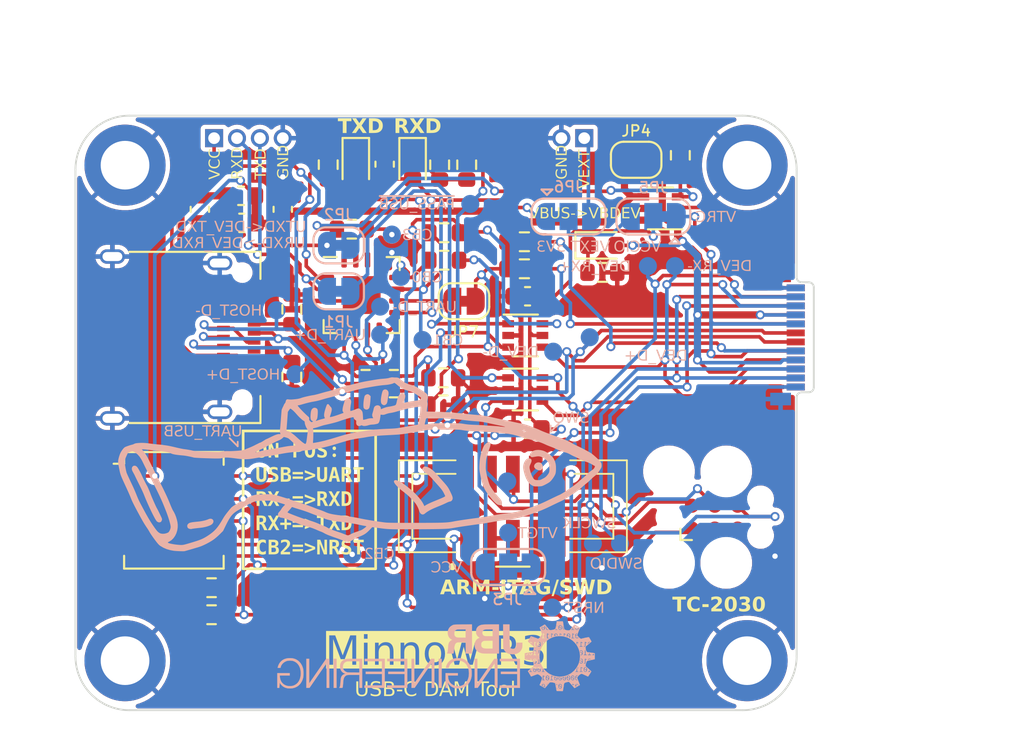
<source format=kicad_pcb>
(kicad_pcb (version 20221018) (generator pcbnew)
  (title_block (title "Minnow") (date "2023-07-31") (rev "3") (company "JBR Engineering Research Ltd") (comment 1 "J.Whittington 2023"))
  (layers (0 "F.Cu" signal) (31 "B.Cu" signal) (34 "B.Paste" user) (35 "F.Paste" user) (36 "B.SilkS" user "B.Silkscreen") (37 "F.SilkS" user "F.Silkscreen") (38 "B.Mask" user) (39 "F.Mask" user) (44 "Edge.Cuts" user))
  (net 0 "")
  (net 1 "+3V3")
  (net 2 "GND")
  (net 3 "Net-(C2-Pad1)")
  (net 4 "VBUS")
  (net 5 "VCC")
  (net 6 "Net-(D1-K)")
  (net 7 "Net-(D2-K)")
  (net 10 "/HOST_CC1")
  (net 11 "/HOST_D+")
  (net 12 "/HOST_D-")
  (net 18 "/HOST_CC2")
  (net 22 "/SWDIO")
  (net 23 "/DEV_CC1")
  (net 24 "/DEV_D+")
  (net 25 "/DEV_D-")
  (net 26 "/VTARGET")
  (net 27 "/DEV_RX-")
  (net 28 "/DEV_RX+")
  (net 29 "/DEV_CC2")
  (net 30 "/~{RESET}")
  (net 33 "Net-(J4-Pin_1)")
  (net 34 "/DEV_RXD")
  (net 35 "Net-(JP1-B)")
  (net 36 "/DEV_TXD")
  (net 37 "Net-(JP2-B)")
  (net 38 "Net-(JP5-B)")
  (net 39 "/TXLED{slash}CB1")
  (net 40 "/RXLED{slash}CB2")
  (net 41 "/UART_USB")
  (net 42 "/~{PASS_USB}")
  (net 43 "/SWT_RX+")
  (net 44 "/SWT_RX-")
  (net 45 "/TXDEN{slash}CB0")
  (net 46 "/SLEEP{slash}CB3")
  (net 47 "/UART_D+")
  (net 48 "/UART_D-")
  (net 49 "/VREF")
  (net 50 "/VBUS_DEV")
  (net 51 "Net-(JP7-A)")
  (net 52 "/~{DEV_ON}")
  (net 56 "/SWCLK")
  (net 57 "/SWO")
  (net 58 "Net-(D4-K)")
  (footprint "Connector_USB:USB_C_Receptacle_Amphenol_12401610E4-2A" (layer "F.Cu") (at 152.89 50.31 -90)
    (fp_text reference "J1" hide)
    (fp_text value "USB_C_Receptacle_Host")
  )
  (footprint "MountingHole:MountingHole_2.7mm_M2.5_ISO7380_Pad" (layer "F.Cu") (at 185.25 40.75)
    (fp_text reference "H2" hide)
    (fp_text value "MountingHole_Pad")
  )
  (footprint "MountingHole:MountingHole_2.7mm_M2.5_ISO7380_Pad" (layer "F.Cu") (at 185.25 68.25)
    (fp_text reference "H4" hide)
    (fp_text value "MountingHole_Pad")
  )
  (footprint "Capacitor_SMD:C_0603_1608Metric" (layer "F.Cu") (at 173.075 48.025 180)
    (fp_text reference "C5" hide)
    (fp_text value "100nF")
  )
  (footprint "tuna-f1sh/jbr-kicad/Logos.pretty:jbr-binary-xs-mask" (layer "F.Cu") (at 179.5 68)
    (fp_text reference "G***" hide)
    (fp_text value "LOGO" hide)
  )
  (footprint "Resistor_SMD:R_0603_1608Metric" (layer "F.Cu") (at 181.55 40.2 90)
    (fp_text reference "R14" hide)
    (fp_text value "22k")
  )
  (footprint "Resistor_SMD:R_0603_1608Metric" (layer "F.Cu") (at 169.7 40.725 90)
    (fp_text reference "R9" hide)
    (fp_text value "680R")
  )
  (footprint "LED_SMD:LED_0603_1608Metric" (layer "F.Cu") (at 177.2125 45.2)
    (fp_text reference "D4" hide)
    (fp_text value "WHITE" hide)
  )
  (footprint "Connector:Tag-Connect_TC2030-IDC-FP_2x03_P1.27mm_Vertical" (layer "F.Cu") (at 183.46 60.284)
    (fp_text reference "SWD1" hide)
    (fp_text value "TC2030")
  )
  (footprint "Package_DFN_QFN:QFN-16-1EP_4x4mm_P0.65mm_EP2.1x2.1mm" (layer "F.Cu") (at 163.875 47.9575)
    (fp_text reference "U1" hide)
    (fp_text value "FT230XQ")
  )
  (footprint "Resistor_SMD:R_0603_1608Metric" (layer "F.Cu") (at 160 52.5 -90)
    (fp_text reference "R12" hide)
    (fp_text value "5k1")
  )
  (footprint "Resistor_SMD:R_0603_1608Metric" (layer "F.Cu") (at 162.02 40.72 -90)
    (fp_text reference "R1" hide)
    (fp_text value "1k")
  )
  (footprint "LED_SMD:LED_0603_1608Metric" (layer "F.Cu") (at 166.7 40.725 -90)
    (fp_text reference "D2" hide)
    (fp_text value "RXD")
  )
  (footprint "LED_SMD:LED_0603_1608Metric" (layer "F.Cu") (at 163.55 40.725 -90)
    (fp_text reference "D1" hide)
    (fp_text value "TXD")
  )
  (footprint "Resistor_SMD:R_0603_1608Metric" (layer "F.Cu") (at 168.2 40.725 -90)
    (fp_text reference "R2" hide)
    (fp_text value "1k")
  )
  (footprint "Capacitor_SMD:C_0603_1608Metric" (layer "F.Cu") (at 165.15 40.695 90)
    (fp_text reference "C1" hide)
    (fp_text value "100nF")
  )
  (footprint "MountingHole:MountingHole_2.7mm_M2.5_ISO7380_Pad" (layer "F.Cu") (at 150.75 40.75)
    (fp_text reference "H1" hide)
    (fp_text value "MountingHole_Pad")
  )
  (footprint "tuna-f1sh/jbr-kicad/Misc.pretty:20021521-00010T1LF" (layer "F.Cu") (at 172.26 59.68)
    (fp_text reference "J3" hide)
    (fp_text value "ARM_JTAG_SWD_10_Male")
  )
  (footprint "Resistor_SMD:R_0603_1608Metric" (layer "F.Cu") (at 177.225 46.7)
    (fp_text reference "R16" hide)
    (fp_text value "1k" hide)
  )
  (footprint "Button_Switch_SMD:SW_DIP_SPSTx04_Slide_Copal_CHS-04A_W5.08mm_P1.27mm_JPin" (layer "F.Cu") (at 153.46 59.905)
    (fp_text reference "SW1" hide)
    (fp_text value "SW_DIP_x04")
  )
  (footprint "Package_TO_SOT_SMD:SOT-363_SC-70-6" (layer "F.Cu") (at 172.95 50.2)
    (fp_text reference "U2" hide)
    (fp_text value "PI5A3157CEX")
  )
  (footprint "Connector_PinHeader_1.27mm:PinHeader_1x02_P1.27mm_Vertical" (layer "F.Cu") (at 176.22 39.25 -90)
    (fp_text reference "J4" hide)
    (fp_text value "VCCIO_EXT")
  )
  (footprint "Resistor_SMD:R_0603_1608Metric" (layer "F.Cu") (at 168.4 54.05)
    (fp_text reference "R4" hide)
    (fp_text value "22k")
  )
  (footprint "Connector_PinHeader_1.27mm:PinHeader_1x04_P1.27mm_Vertical" (layer "F.Cu") (at 155.69 39.25 90)
    (fp_text reference "J5" hide)
    (fp_text value "PicoBlade")
  )
  (footprint "MountingHole:MountingHole_2.7mm_M2.5_ISO7380_Pad" (layer "F.Cu") (at 150.75 68.25)
    (fp_text reference "H3" hide)
    (fp_text value "MountingHole_Pad")
  )
  (footprint "Resistor_SMD:R_0603_1608Metric_Pad0.98x0.95mm_HandSolder" (layer "F.Cu") (at 172.9 45)
    (fp_text reference "R11" hide)
    (fp_text value "10k")
  )
  (footprint "Resistor_SMD:R_0603_1608Metric" (layer "F.Cu") (at 163.325 44.3 180)
    (fp_text reference "R15" hide)
    (fp_text value "680R")
  )
  (footprint "Inductor_SMD:L_0603_1608Metric" (layer "F.Cu") (at 157.1875 42.45)
    (fp_text reference "FB1" hide)
    (fp_text value "120R/0.55A")
  )
  (footprint "Capacitor_SMD:C_0603_1608Metric" (layer "F.Cu") (at 173.075 55.375 180)
    (fp_text reference "C6" hide)
    (fp_text value "100nF")
  )
  (footprint "Capacitor_SMD:C_0603_1608Metric" (layer "F.Cu") (at 157.225 43.95 180)
    (fp_text reference "C4" hide)
    (fp_text value "1uF")
  )
  (footprint "Capacitor_SMD:C_0603_1608Metric" (layer "F.Cu") (at 154.9 43.2 -90)
    (fp_text reference "C2" hide)
    (fp_text value "10nF")
  )
  (footprint "Connector_USB:USB_C_Plug_Molex_105444" (layer "F.Cu") (at 187.99 50.31 -90)
    (fp_text reference "P1" hide)
    (fp_text value "USB_C_Plug")
  )
  (footprint "Package_TO_SOT_SMD:SOT-363_SC-70-6" (layer "F.Cu") (at 180.45 43.15 180)
    (fp_text reference "U5" hide)
    (fp_text value "SiP32432DR3")
  )
  (footprint "Resistor_SMD:R_0603_1608Metric" (layer "F.Cu") (at 168.45 44.5)
    (fp_text reference "R8" hide)
    (fp_text value "680R")
  )
  (footprint "Jumper:SolderJumper-2_P1.3mm_Open_RoundedPad1.0x1.5mm" (layer "F.Cu") (at 179.1 40.45)
    (fp_text reference "JP4")
    (fp_text value "SolderJumper_2_Open")
  )
  (footprint "Package_DFN_QFN:UQFN-10_1.3x1.8mm_P0.4mm" (layer "F.Cu") (at 164.875 52.875 90)
    (fp_text reference "U4" hide)
    (fp_text value "USB3740B-AI2")
  )
  (footprint "Resistor_SMD:R_0603_1608Metric" (layer "F.Cu") (at 168.45 46.025)
    (fp_text reference "R7" hide)
    (fp_text value "680R")
  )
  (footprint "Resistor_SMD:R_0603_1608Metric" (layer "F.Cu") (at 168.4 52.55)
    (fp_text reference "R3" hide)
    (fp_text value "22k")
  )
  (footprint "Jumper:SolderJumper-2_P1.3mm_Bridged_RoundedPad1.0x1.5mm" (layer "F.Cu") (at 169.55 48.3)
    (fp_text reference "JP7")
    (fp_text value "SolderJumper_2_Bridged")
  )
  (footprint "Capacitor_SMD:C_0603_1608Metric" (layer "F.Cu") (at 159.5 43.2 90)
    (fp_text reference "C3" hide)
    (fp_text value "100nF")
  )
  (footprint "Package_TO_SOT_SMD:SOT-363_SC-70-6" (layer "F.Cu") (at 172.95 53.2)
    (fp_text reference "U3" hide)
    (fp_text value "PI5A3157CEX")
  )
  (footprint "Resistor_SMD:R_0603_1608Metric" (layer "F.Cu") (at 155.55 65.7 180)
    (fp_text reference "R5" hide)
    (fp_text value "22k")
  )
  (footprint "Resistor_SMD:R_0603_1608Metric" (layer "F.Cu") (at 160 48.75 90)
    (fp_text reference "R13" hide)
    (fp_text value "5k1")
  )
  (footprint "Resistor_SMD:R_0603_1608Metric_Pad0.98x0.95mm_HandSolder" (layer "F.Cu") (at 172.9 46.5)
    (fp_text reference "R10" hide)
    (fp_text value "22k")
  )
  (footprint "Resistor_SMD:R_0603_1608Metric" (layer "F.Cu") (at 155.55 64.2 180)
    (fp_text reference "R6" hide)
    (fp_text value "22k")
  )
  (footprint "Jumper:SolderJumper-3_P1.3mm_Bridged12_RoundedPad1.0x1.5mm" (layer "B.Cu") (at 180.05 43.6 180)
    (fp_text reference "JP5")
    (fp_text value "SolderJumper_3_Bridged12")
  )
  (footprint "tuna-f1sh/jbr-kicad/Misc.pretty:TestPoint_Pad_D1.0mm_Tight" (layer "B.Cu") (at 174.5 51.1 180)
    (fp_text reference "TP16" hide)
    (fp_text value "TestPoint_Small")
  )
  (footprint "tuna-f1sh/jbr-kicad/Misc.pretty:TestPoint_Pad_D1.0mm_Tight" (layer "B.Cu") (at 169.9 42.9 180)
    (fp_text reference "TP7" hide)
    (fp_text value "TestPoint_Small")
  )
  (footprint "tuna-f1sh/jbr-kicad/Misc.pretty:TestPoint_Pad_D1.0mm_Tight" (layer "B.Cu") (at 160.2 52.35 180)
    (fp_text reference "TP11" hide)
    (fp_text value "TestPoint_Small")
  )
  (footprint "Jumper:SolderJumper-3_P1.3mm_Bridged12_RoundedPad1.0x1.5mm" (layer "B.Cu") (at 172 63.05 180)
    (fp_text reference "JP3")
    (fp_text value "SolderJumper_3_Bridged12")
  )
  (footprint "tuna-f1sh/jbr-kicad/Misc.pretty:TestPoint_Pad_D1.0mm_Tight" (layer "B.Cu") (at 166.05 46.95 180)
    (fp_text reference "TP3" hide)
    (fp_text value "TestPoint_Small")
  )
  (footprint "tuna-f1sh/jbr-kicad/Misc.pretty:TestPoint_Pad_D1.0mm_Tight" (layer "B.Cu") (at 164.9 48.6 180)
    (fp_text reference "TP14" hide)
    (fp_text value "TestPoint_Small")
  )
  (footprint "tuna-f1sh/jbr-kicad/Misc.pretty:TestPoint_Pad_D1.0mm_Tight" (layer "B.Cu") (at 181.25 46.35 180)
    (fp_text reference "TP18" hide)
    (fp_text value "TestPoint_Small")
  )
  (footprint "tuna-f1sh/jbr-kicad/Misc.pretty:TestPoint_Pad_D1.0mm_Tight" (layer "B.Cu") (at 167.25 50.45 180)
    (fp_text reference "TP4" hide)
    (fp_text value "TestPoint_Small")
  )
  (footprint "tuna-f1sh/jbr-kicad/Misc.pretty:TestPoint_Pad_D1.0mm_Tight" (layer "B.Cu") (at 159.15 48.8 180)
    (fp_text reference "TP12" hide)
    (fp_text value "TestPoint_Small")
  )
  (footprint "tuna-f1sh/jbr-kicad/Misc.pretty:TestPoint_Pad_D1.0mm_Tight" (layer "B.Cu") (at 176.525 50.3 180)
    (fp_text reference "TP15" hide)
    (fp_text value "TestPoint_Small")
  )
  (footprint "tuna-f1sh/jbr-kicad/Misc.pretty:TestPoint_Pad_D1.0mm_Tight" (layer "B.Cu") (at 176.7 61.75 180)
    (fp_text reference "TP2" hide)
    (fp_text value "TestPoint_Small")
  )
  (footprint "LOGO" (layer "B.Cu") (at 163.9 58.463802 180)
    (fp_text reference "G***" hide)
    (fp_text value "LOGO" hide)
  )
  (footprint "tuna-f1sh/jbr-kicad/Misc.pretty:TestPoint_Pad_D1.0mm_Tight" (layer "B.Cu") (at 174.45 65.3 180)
    (fp_text reference "TP10" hide)
    (fp_text value "TestPoint_Small")
  )
  (footprint "tuna-f1sh/jbr-kicad/Misc.pretty:TestPoint_Pad_D1.0mm_Tight" (layer "B.Cu") (at 165.55 44.6 180)
    (fp_text reference "TP6" hide)
    (fp_text value "TestPoint_Small")
  )
  (footprint "Jumper:SolderJumper-3_P1.3mm_Bridged12_RoundedPad1.0x1.5mm" (layer "B.Cu") (at 175.35 43.6)
    (fp_text reference "JP6")
    (fp_text value "SolderJumper_3_Bridged12")
  )
  (footprint "tuna-f1sh/jbr-kicad/Misc.pretty:TestPoint_Pad_D1.0mm_Tight" (layer "B.Cu") (at 179.75 46.35 180)
    (fp_text reference "TP17" hide)
    (fp_text value "TestPoint_Small")
  )
  (footprint "Jumper:SolderJumper-2_P1.3mm_Bridged_RoundedPad1.0x1.5mm" (layer "B.Cu") (at 162.6 47.75)
    (fp_text reference "JP1")
    (fp_text value "SolderJumper_2_Bridged")
  )
  (footprint "tuna-f1sh/jbr-kicad/Misc.pretty:TestPoint_Pad_D1.0mm_Tight" (layer "B.Cu") (at 163.35 62.35 180)
    (fp_text reference "TP5" hide)
    (fp_text value "TestPoint_Small")
  )
  (footprint "tuna-f1sh/jbr-kicad/Misc.pretty:TestPoint_Pad_D1.0mm_Tight" (layer "B.Cu") (at 158.2 58 180)
    (fp_text reference "TP8" hide)
    (fp_text value "TestPoint_Small")
  )
  (footprint "tuna-f1sh/jbr-kicad/Misc.pretty:TestPoint_Pad_D1.0mm_Tight" (layer "B.Cu") (at 171.95 58.3 180)
    (fp_text reference "TP1" hide)
    (fp_text value "TestPoint_Small")
  )
  (footprint "tuna-f1sh/jbr-kicad/Misc.pretty:TestPoint_Pad_D1.0mm_Tight" (layer "B.Cu") (at 164.9 50.15 180)
    (fp_text reference "TP13" hide)
    (fp_text value "TestPoint_Small")
  )
  (footprint "tuna-f1sh/jbr-kicad/Misc.pretty:TestPoint_Pad_D1.0mm_Tight" (layer "B.Cu") (at 178.2 61.75 180)
    (fp_text reference "TP9" hide)
    (fp_text value "TestPoint_Small")
  )
  (footprint "Jumper:SolderJumper-2_P1.3mm_Bridged_RoundedPad1.0x1.5mm" (layer "B.Cu") (at 162.6 45.2)
    (fp_text reference "JP2")
    (fp_text value "SolderJumper_2_Bridged")
  )
  (footprint "tuna-f1sh/jbr-kicad/Logos.pretty:jbr_logo_xs" (layer "B.Cu") (at 167.992063 68 180)
    (fp_text reference "G***" hide)
    (fp_text value "LOGO" hide)
  )
  (footprint "tuna-f1sh/jbr-kicad/Misc.pretty:TestPoint_Pad_D1.0mm_Tight" (layer "B.Cu") (at 172 61.15 180)
    (fp_text reference "TP19" hide)
    (fp_text value "TestPoint_Small")
  )
  (gr_line (start 174.8 55.1) (end 174.35 55.55) (stroke (width 0.1)) (layer "B.SilkS"))
  (gr_line (start 157 56.35) (end 157 56.1) (stroke (width 0.1)) (layer "B.SilkS"))
  (gr_line (start 174.35 55.55) (end 174.35 55.2) (stroke (width 0.1)) (layer "B.SilkS"))
  (gr_line (start 156.55 55.9) (end 157 56.35) (stroke (width 0.1)) (layer "B.SilkS"))
  (gr_line (start 185 71) (end 151 71) (stroke (width 0.1)) (layer "Edge.Cuts"))
  (gr_line (start 188.950546 53.08) (end 188.950546 47.524454) (stroke (width 0.1)) (layer "Edge.Cuts"))
  (gr_arc (start 188.675546 47.249454) (mid 188.87 47.33) (end 188.950546 47.524454) (stroke (width 0.1)) (layer "Edge.Cuts"))
  (gr_arc (start 188 68) (mid 187.12132 70.12132) (end 185 71) (stroke (width 0.1)) (layer "Edge.Cuts"))
  (gr_arc (start 148 41) (mid 148.87868 38.87868) (end 151 38) (stroke (width 0.1)) (layer "Edge.Cuts"))
  (gr_line (start 188 46.973866) (end 188 41) (stroke (width 0.1)) (layer "Edge.Cuts"))
  (gr_arc (start 188.950546 53.08) (mid 188.87 53.274454) (end 188.675546 53.355) (stroke (width 0.1)) (layer "Edge.Cuts"))
  (gr_line (start 151 38) (end 185 38) (stroke (width 0.1)) (layer "Edge.Cuts"))
  (gr_line (start 188 53.64) (end 188 68) (stroke (width 0.1)) (layer "Edge.Cuts"))
  (gr_arc (start 151 71) (mid 148.87868 70.12132) (end 148 68) (stroke (width 0.1)) (layer "Edge.Cuts"))
  (gr_line (start 148 68) (end 148 41) (stroke (width 0.1)) (layer "Edge.Cuts"))
  (gr_arc (start 185 38) (mid 187.12132 38.87868) (end 188 41) (stroke (width 0.1)) (layer "Edge.Cuts"))
  (gr_line (start 188.675546 53.355588) (end 188.275 53.355588) (stroke (width 0.1)) (layer "Edge.Cuts"))
  (gr_arc (start 188 53.630588) (mid 188.080546 53.436134) (end 188.275 53.355588) (stroke (width 0.1)) (layer "Edge.Cuts"))
  (gr_line (start 188.275 47.248866) (end 188.675546 47.248866) (stroke (width 0.1)) (layer "Edge.Cuts"))
  (gr_arc (start 188.275 47.248866) (mid 188.080546 47.16832) (end 188 46.973866) (stroke (width 0.1)) (layer "Edge.Cuts"))
  (gr_text "SWDIO" (at 179.45 63.25) (layer "B.SilkS") (effects (font (size 0.6 0.6) (thickness 0.1)) (justify left bottom mirror)))
  (gr_text "VEXT" (at 177.65 45.65) (layer "B.SilkS") (effects (font (size 0.6 0.6) (thickness 0.1)) (justify left bottom mirror)))
  (gr_text "CB0" (at 168.35 47.35) (layer "B.SilkS") (effects (font (size 0.6 0.6) (thickness 0.1)) (justify left bottom mirror)))
  (gr_text "CB2" (at 165.7 62.7) (layer "B.SilkS") (effects (font (size 0.6 0.6) (thickness 0.1)) (justify left bottom mirror)))
  (gr_text "VTRG" (at 184.65 44) (layer "B.SilkS") (effects (font (size 0.6 0.6) (thickness 0.1)) (justify left bottom mirror)))
  (gr_text "SWO" (at 176.5 55.15) (layer "B.SilkS") (effects (font (size 0.6 0.6) (thickness 0.1)) (justify left bottom mirror)))
  (gr_text "NRST" (at 177.35 65.7) (layer "B.SilkS") (effects (font (size 0.6 0.6) (thickness 0.1)) (justify left bottom mirror)))
  (gr_text "UART_USB" (at 157.25 55.9) (layer "B.SilkS") (effects (font (size 0.6 0.6) (thickness 0.1)) (justify left bottom mirror)))
  (gr_text "HOST_D+" (at 159.35 52.75) (layer "B.SilkS") (effects (font (size 0.6 0.6) (thickness 0.1)) (justify left bottom mirror)))
  (gr_text "VCCIO" (at 180.5 45.65) (layer "B.SilkS") (effects (font (size 0.6 0.6) (thickness 0.1)) (justify left bottom mirror)))
  (gr_text "DEV_D-" (at 173.7 51.5) (layer "B.SilkS") (effects (font (size 0.6 0.6) (thickness 0.1)) (justify left bottom mirror)))
  (gr_text "UART_D-" (at 169.15 49) (layer "B.SilkS") (effects (font (size 0.6 0.6) (thickness 0.1)) (justify left bottom mirror)))
  (gr_text "UTXD<-DEV_TXD" (at 160.8 44.55) (layer "B.SilkS") (effects (font (size 0.6 0.6) (thickness 0.1)) (justify left bottom mirror)))
  (gr_text "CB1" (at 169.5 50.85) (layer "B.SilkS") (effects (font (size 0.6 0.6) (thickness 0.1)) (justify left bottom mirror)))
  (gr_text "~{PASS_USB}" (at 169.05 43.3) (layer "B.SilkS") (effects (font (size 0.6 0.6) (thickness 0.1)) (justify left bottom mirror)))
  (gr_text "UART_D+" (at 164.1 50.55) (layer "B.SilkS") (effects (font (size 0.6 0.6) (thickness 0.1)) (justify left bottom mirror)))
  (gr_text "3V3" (at 175.2 45.65) (layer "B.SilkS") (effects (font (size 0.6 0.6) (thickness 0.1)) (justify left bottom mirror)))
  (gr_text "URXD->DEV_RXD" (at 160.75 45.45) (layer "B.SilkS") (effects (font (size 0.6 0.6) (thickness 0.1)) (justify left bottom mirror)))
  (gr_text "VCC" (at 169.45 63.45) (layer "B.SilkS") (effects (font (size 0.6 0.6) (thickness 0.1)) (justify left bottom mirror)))
  (gr_text "HOST_D-" (at 158.35 49.2) (layer "B.SilkS") (effects (font (size 0.6 0.6) (thickness 0.1)) (justify left bottom mirror)))
  (gr_text "DEV_RX-" (at 185.525 46.725) (layer "B.SilkS") (effects (font (size 0.6 0.6) (thickness 0.1)) (justify left bottom mirror)))
  (gr_text "CB3" (at 167.8 45) (layer "B.SilkS") (effects (font (size 0.6 0.6) (thickness 0.1)) (justify left bottom mirror)))
  (gr_text "DEV_D+" (at 181.95 51.7) (layer "B.SilkS") (effects (font (size 0.6 0.6) (thickness 0.1)) (justify left bottom mirror)))
  (gr_text "SWCLK" (at 178 61) (layer "B.SilkS") (effects (font (size 0.6 0.6) (thickness 0.1)) (justify left bottom mirror)))
  (gr_text "DEV_RX+" (at 178.8 46.75) (layer "B.SilkS") (effects (font (size 0.6 0.6) (thickness 0.1)) (justify left bottom mirror)))
  (gr_text "VTGT" (at 174.75 61.55) (layer "B.SilkS") (effects (font (size 0.6 0.6) (thickness 0.1)) (justify left bottom mirror)))
  (gr_text locked "Minnow R${REVISION}" (at 168 68.75) (layer "F.SilkS" knockout) (effects (font (size 1.6 1.6)) (justify bottom)))
  (gr_text locked "USB-C DAM Tool" (at 167.95 70.35) (layer "F.SilkS") (effects (font (size 0.8 0.8) (thickness 0.15) italic) (justify bottom)))
  (gr_text "VEXT" (at 176.6 42.05529 90) (layer "F.SilkS") (effects (font (size 0.6 0.6) (thickness 0.1)) (justify left bottom)))
  (gr_text "GND" (at 175.35 41.55 90) (layer "F.SilkS") (effects (font (size 0.6 0.6) (thickness 0.1)) (justify left bottom)))
  (gr_text "TXD" (at 162.55 39.1) (layer "F.SilkS") (effects (font (size 0.8 0.8) (thickness 0.16) bold italic) (justify left bottom)))
  (gr_text "VCC" (at 156.1 41.55 90) (layer "F.SilkS") (effects (font (size 0.6 0.6) (thickness 0.1)) (justify left bottom)))
  (gr_text "ARM-JTAG/SWD" (at 168.217684 64.7) (layer "F.SilkS") (effects (font (size 0.8 0.8) (thickness 0.2) bold italic) (justify left bottom)))
  (gr_text "RXD" (at 165.65 39.1) (layer "F.SilkS") (effects (font (size 0.8 0.8) (thickness 0.16) bold italic) (justify left bottom)))
  (gr_text "TC-2030" (at 181.101982 65.65) (layer "F.SilkS") (effects (font (size 0.8 0.8) (thickness 0.2) bold italic) (justify left bottom)))
  (gr_text "RXD" (at 157.35 41.55 90) (layer "F.SilkS") (effects (font (size 0.6 0.6) (thickness 0.1)) (justify left bottom)))
  (gr_text "VBUS->VBDEV" (at 173.15 43.8) (layer "F.SilkS") (effects (font (size 0.6 0.6) (thickness 0.1)) (justify left bottom)))
  (gr_text "GND" (at 159.9 41.55 90) (layer "F.SilkS") (effects (font (size 0.6 0.6) (thickness 0.1)) (justify left bottom)))
  (gr_text "TXD" (at 158.65 41.55 90) (layer "F.SilkS") (effects (font (size 0.6 0.6) (thickness 0.1)) (justify left bottom)))
  (gr_text_box "ON POS:\nUSB=>UART\nRX-=>RXD\nRX+=>TXD\nCB2=>NRST" (start 157.3 55.5) (end 164.65 63.15) (layer "F.SilkS") (effects (font (size 0.8 0.8) (thickness 0.15) bold) (justify left top)) (stroke (width 0.15)))
  (segment (start 165.825 49.525) (end 165.825 48.9325) (width 0.2) (layer "F.Cu") (net 1))
  (segment (start 164.85 49.9075) (end 165.4425 49.9075) (width 0.2) (layer "F.Cu") (net 1))
  (segment (start 173.05 43.1) (end 172.05 43.1) (width 0.2) (layer "F.Cu") (net 1))
  (segment (start 167.775 48.925) (end 165.8325 48.925) (width 0.2) (layer "F.Cu") (net 1))
  (segment (start 171.635265 42.685265) (end 167.723575 42.685265) (width 0.2) (layer "F.Cu") (net 1))
  (segment (start 165.4425 49.9075) (end 165.825 49.525) (width 0.2) (layer "F.Cu") (net 1))
  (segment (start 172.05 43.1) (end 171.635265 42.685265) (width 0.2) (layer "F.Cu") (net 1))
  (segment (start 163.55 41.5125) (end 166.7 41.5125) (width 0.2) (layer "F.Cu") (net 1))
  (segment (start 167.723575 42.536075) (end 166.7 41.5125) (width 0.2) (layer "F.Cu") (net 1))
  (via (at 167.723575 42.685265) (size 0.5) (drill 0.3) (layers "F.Cu" "B.Cu") (net 1))
  (via (at 173.05 43.1) (size 0.5) (drill 0.3) (layers "F.Cu" "B.Cu") (net 1))
  (via (at 167.775 48.925) (size 0.5) (drill 0.3) (layers "F.Cu" "B.Cu") (net 1))
  (segment (start 173.55 43.6) (end 173.05 43.1) (width 0.2) (layer "B.Cu") (net 1))
  (segment (start 167.775 48.925) (end 167.8 48.9) (width 0.2) (layer "B.Cu") (net 1))
  (segment (start 174.05 43.6) (end 173.55 43.6) (width 0.2) (layer "B.Cu") (net 1))
  (segment (start 167.8 48.9) (end 167.8 42.76169) (width 0.2) (layer "B.Cu") (net 1))
  (segment (start 167.8 42.76169) (end 167.723575 42.685265) (width 0.2) (layer "B.Cu") (net 1))
  (segment (start 161.9 52.45) (end 162.4 51.95) (width 0.2) (layer "F.Cu") (net 2))
  (segment (start 185.895283 62.45) (end 184.73 61.284717) (width 0.2) (layer "F.Cu") (net 2))
  (segment (start 165.1425 46.0075) (end 165.55 45.6) (width 0.2) (layer "F.Cu") (net 2))
  (segment (start 186.235 53.06) (end 186.225 53.05) (width 0.2) (layer "F.Cu") (net 2))
  (segment (start 160 47.925) (end 160.3575 48.2825) (width 0.2) (layer "F.Cu") (net 2))
  (segment (start 186.225 53.05) (end 186.15 53.125) (width 0.2) (layer "F.Cu") (net 2))
  (segment (start 182.9 43.1) (end 185.25 40.75) (width 0.2) (layer "F.Cu") (net 2))
  (segment (start 164.85 46.0075) (end 165.1425 46.0075) (width 0.2) (layer "F.Cu") (net 2))
  (segment (start 157.145406 47.56) (end 157.91 47.56) (width 0.2) (layer "F.Cu") (net 2))
  (segment (start 184.73 61.284717) (end 184.73 60.919) (width 0.2) (layer "F.Cu") (net 2))
  (segment (start 164.0495 55.8995) (end 161.9 53.75) (width 0.2) (layer "F.Cu") (net 2))
  (segment (start 156 54.44) (end 156 53.02) (width 0.2) (layer "F.Cu") (net 2))
  (segment (start 163.05 51.95) (end 163.575 52.475) (width 0.2) (layer "F.Cu") (net 2))
  (segment (start 159.5 42.425) (end 159.5 41.4) (width 0.2) (layer "F.Cu") (net 2))
  (segment (start 157.41 53.06) (end 157.16 52.81) (width 0.2) (layer "F.Cu") (net 2))
  (segment (start 157.16 52.81) (end 156.21 52.81) (width 0.2) (layer "F.Cu") (net 2))
  (segment (start 187.95 47.56) (end 186.28 47.56) (width 0.2) (layer "F.Cu") (net 2))
  (segment (start 168.6505 55.8995) (end 164.0495 55.8995) (width 0.2) (layer "F.Cu") (net 2))
  (segment (start 161.9 53.75) (end 161.9 52.45) (width 0.2) (layer "F.Cu") (net 2))
  (segment (start 156.895406 47.31) (end 157.145406 47.56) (width 0.2) (layer "F.Cu") (net 2))
  (segment (start 156.21 47.31) (end 156.895406 47.31) (width 0.2) (layer "F.Cu") (net 2))
  (segment (start 161.925 48.2825) (end 163.55 48.2825) (width 0.2) (layer "F.Cu") (net 2))
  (segment (start 187.95 53.06) (end 186.235 53.06) (width 0.2) (layer "F.Cu") (net 2))
  (segment (start 169.225 52.55) (end 169.225 54.05) (width 0.2) (layer "F.Cu") (net 2))
  (segment (start 164.85 46.0075) (end 164.85 46.9825) (width 0.2) (layer "F.Cu") (net 2))
  (segment (start 169.225 54.05) (end 169.225 55.325) (width 0.2) (layer "F.Cu") (net 2))
  (segment (start 180.1 44) (end 180.55 44.45) (width 0.2) (layer "F.Cu") (net 2))
  (segment (start 169.225 55.325) (end 168.6505 55.8995) (width 0.2) (layer "F.Cu") (net 2))
  (segment (start 156 46.18) (end 156 47.1) (width 0.2) (layer "F.Cu") (net 2))
  (segment (start 157.91 53.06) (end 157.41 53.06) (width 0.2) (layer "F.Cu") (net 2))
  (segment (start 156 47.1) (end 156.21 47.31) (width 0.2) (layer "F.Cu") (net 2))
  (segment (start 169.225 52.55) (end 169.875 53.2) (width 0.2) (layer "F.Cu") (net 2))
  (segment (start 180.025 43.15) (end 180.1 43.225) (width 0.2) (layer "F.Cu") (net 2))
  (segment (start 186.8 62.45) (end 185.895283 62.45) (width 0.2) (layer "F.Cu") (net 2))
  (segment (start 180.55 44.45) (end 180.55 45.68) (width 0.2) (layer "F.Cu") (net 2))
  (segment (start 186.99 53.05) (end 186.225 53.05) (width 0.2) (layer "F.Cu") (net 2))
  (segment (start 164.85 46.9825) (end 163.875 47.9575) (width 0.2) (layer "F.Cu") (net 2))
  (segment (start 180.1 43.225) (end 180.1 44) (width 0.2) (layer "F.Cu") (net 2))
  (segment (start 187 53.06) (end 186.99 53.05) (width 0.2) (layer "F.Cu") (net 2))
  (segment (start 186.28 47.56) (end 186.16 47.44) (width 0.2) (layer "F.Cu") (net 2))
  (segment (start 170.425 55.25) (end 172.175 55.25) (width 0.2) (layer "F.Cu") (net 2))
  (segment (start 169.225 54.05) (end 170.425 55.25) (width 0.2) (layer "F.Cu") (net 2))
  (segment (start 170.7005 64.8) (end 170.7 64.8005) (width 0.2) (layer "F.Cu") (net 2))
  (segment (start 170.7 64.8005) (end 170.67 64.7705) (width 0.2) (layer "F.Cu") (net 2))
  (segment (start 162.4 51.95) (end 163.05 51.95) (width 0.2) (layer "F.Cu") (net 2))
  (segment (start 156 53.02) (end 156.21 52.81) (width 0.2) (layer "F.Cu") (net 2))
  (segment (start 169.875 53.2) (end 172 53.2) (width 0.2) (layer "F.Cu") (net 2))
  (segment (start 179.5 43.15) (end 180.025 43.15) (width 0.2) (layer "F.Cu") (net 2))
  (segment (start 163.575 52.475) (end 164 52.475) (width 0.2) (layer "F.Cu") (net 2))
  (segment (start 160.3575 48.2825) (end 161.925 48.2825) (width 0.2) (layer "F.Cu") (net 2))
  (segment (start 186.16 46.89) (end 186.16 47.44) (width 0.2) (layer "F.Cu") (net 2))
  (segment (start 181.45 43.1) (end 182.9 43.1) (width 0.2) (layer "F.Cu") (net 2))
  (via (at 170.7 64.8005) (size 0.5) (drill 0.3) (layers "F.Cu" "B.Cu") (net 2))
  (via (at 186.8 62.45) (size 0.5) (drill 0.3) (layers "F.Cu" "B.Cu") (net 2))
  (via (at 159.5 41.4) (size 0.5) (drill 0.3) (layers "F.Cu" "B.Cu") (net 2))
  (via (at 177.2 63.1) (size 0.5) (drill 0.3) (layers "F.Cu" "B.Cu") (net 2))
  (via (at 165.55 45.6) (size 0.5) (drill 0.3) (layers "F.Cu" "B.Cu") (net 2))
  (segment (start 159.5 39.25) (end 159.5 41.4) (width 0.2) (layer "B.Cu") (net 2))
  (segment (start 187.95 53.06) (end 186.19 53.06) (width 0.2) (layer "B.Cu") (net 2))
  (segment (start 187.95 47.56) (end 186.385 47.56) (width 0.2) (layer "B.Cu") (net 2))
  (segment (start 186.16 53.09) (end 186.16 53.73) (width 0.2) (layer "B.Cu") (net 2))
  (segment (start 186.19 53.06) (end 186.16 53.09) (width 0.2) (layer "B.Cu") (net 2))
  (segment (start 186.385 47.56) (end 185.975 47.15) (width 0.2) (layer "B.Cu") (net 2))
  (segment (start 156.21 51.31) (end 154.483195 51.31) (width 0.2) (layer "F.Cu") (net 3))
  (segment (start 153.85 50.676805) (end 153.85 48.68) (width 0.2) (layer "F.Cu") (net 3))
  (segment (start 153.98 48.81) (end 153.85 48.68) (width 0.2) (layer "F.Cu") (net 3))
  (segment (start 156.95 48.81) (end 156.21 48.81) (width 0.2) (layer "F.Cu") (net 3))
  (segment (start 156.21 48.81) (end 153.98 48.81) (width 0.2) (layer "F.Cu") (net 3))
  (segment (start 157.2 49.06) (end 156.95 48.81) (width 0.2) (layer "F.Cu") (net 3))
  (segment (start 154.9 42.425) (end 153.85 43.475) (width 0.4) (layer "F.Cu") (net 3))
  (segment (start 153.85 43.475) (end 153.85 48.68) (width 0.4) (layer "F.Cu") (net 3))
  (segment (start 157.91 51.56) (end 157.2 51.56) (width 0.2) (layer "F.Cu") (net 3))
  (segment (start 154.483195 51.31) (end 153.85 50.676805) (width 0.2) (layer "F.Cu") (net 3))
  (segment (start 157.91 49.06) (end 157.2 49.06) (width 0.2) (layer "F.Cu") (net 3))
  (segment (start 156.4 42.45) (end 154.925 42.45) (width 0.4) (layer "F.Cu") (net 3))
  (segment (start 156.95 51.31) (end 156.21 51.31) (width 0.2) (layer "F.Cu") (net 3))
  (segment (start 157.2 51.56) (end 156.95 51.31) (width 0.2) (layer "F.Cu") (net 3))
  (segment (start 177.45 43.9) (end 178.85 42.5) (width 0.4) (layer "F.Cu") (net 4))
  (segment (start 172 43.9) (end 171.4 43.3) (width 0.4) (layer "F.Cu") (net 4))
  (segment (start 167.33084 43.3) (end 167.322994 43.307846) (width 0.4) (layer "F.Cu") (net 4))
  (segment (start 172 43.9) (end 177.45 43.9) (width 0.4) (layer "F.Cu") (net 4))
  (segment (start 178.85 42.5) (end 179.5 42.5) (width 0.4) (layer "F.Cu") (net 4))
  (segment (start 160.175 43.3) (end 159.5 43.975) (width 0.4) (layer "F.Cu") (net 4))
  (segment (start 157.975 42.45) (end 157.975 43.925) (width 0.4) (layer "F.Cu") (net 4))
  (segment (start 157.1505 41.6) (end 157.1505 41.6255) (width 0.2) (layer "F.Cu") (net 4))
  (segment (start 166.81809 43.3) (end 160.175 43.3) (width 0.4) (layer "F.Cu") (net 4))
  (segment (start 178.45 42.1) (end 178.45 40.45) (width 0.4) (layer "F.Cu") (net 4))
  (segment (start 166.85 52.3) (end 166.85 51.375) (width 0.2) (layer "F.Cu") (net 4))
  (segment (start 165.75 52.475) (end 165.775 52.45) (width 0.2) (layer "F.Cu") (net 4))
  (segment (start 171.9875 45) (end 171.9875 43.9125) (width 0.4) (layer "F.Cu") (net 4))
  (segment (start 171.9875 43.9125) (end 172 43.9) (width 0.4) (layer "F.Cu") (net 4))
  (segment (start 171.9875 46.5) (end 171.9875 45) (width 0.4) (layer "F.Cu") (net 4))
  (segment (start 171.9875 46.5) (end 170.85 46.5) (width 0.2) (layer "F.Cu") (net 4))
  (segment (start 170.5218 46.8282) (end 170.2 47.15) (width 0.2) (layer "F.Cu") (net 4))
  (segment (start 166.825936 43.307846) (end 166.81809 43.3) (width 0.4) (layer "F.Cu") (net 4))
  (segment (start 178.85 42.5) (end 178.45 42.1) (width 0.4) (layer "F.Cu") (net 4))
  (segment (start 166.7 52.45) (end 166.85 52.3) (width 0.2) (layer "F.Cu") (net 4))
  (segment (start 167.4093 50.8157) (end 170.8843 50.8157) (width 0.2) (layer "F.Cu") (net 4))
  (segment (start 171.4 43.3) (end 167.33084 43.3) (width 0.4) (layer "F.Cu") (net 4))
  (segment (start 165.775 52.45) (end 166.7 52.45) (width 0.2) (layer "F.Cu") (net 4))
  (segment (start 170.85 46.5) (end 170.5218 46.8282) (width 0.2) (layer "F.Cu") (net 4))
  (segment (start 166.85 51.375) (end 167.4093 50.8157) (width 0.2) (layer "F.Cu") (net 4))
  (segment (start 157.1505 41.6255) (end 157.975 42.45) (width 0.2) (layer "F.Cu") (net 4))
  (segment (start 167.322994 43.307846) (end 166.825936 43.307846) (width 0.4) (layer "F.Cu") (net 4))
  (segment (start 152.4 58) (end 150.92 58) (width 0.2) (layer "F.Cu") (net 4))
  (segment (start 159.5 43.975) (end 158.025 43.975) (width 0.4) (layer "F.Cu") (net 4))
  (segment (start 158 43.95) (end 158 42.475) (width 0.2) (layer "F.Cu") (net 4))
  (segment (start 170.2 47.15) (end 170.2 48.3) (width 0.2) (layer "F.Cu") (net 4))
  (via (at 170.8843 50.8157) (size 0.5) (drill 0.3) (layers "F.Cu" "B.Cu") (net 4))
  (via (at 152.4 58) (size 0.5) (drill 0.3) (layers "F.Cu" "B.Cu") (net 4))
  (via (at 170.5218 46.8282) (size 0.5) (drill 0.3) (layers "F.Cu" "B.Cu") (net 4))
  (via (at 157.1505 41.6) (size 0.5) (drill 0.3) (layers "F.Cu" "B.Cu") (net 4))
  (segment (start 156.525 41.6) (end 152.4 45.725) (width 0.2) (layer "B.Cu") (net 4))
  (segment (start 170.8843 50.8157) (end 170.8843 47.1907) (width 0.2) (layer "B.Cu") (net 4))
  (segment (start 170.8843 47.1907) (end 170.5218 46.8282) (width 0.2) (layer "B.Cu") (net 4))
  (segment (start 157.1505 41.6) (end 156.525 41.6) (width 0.2) (layer "B.Cu") (net 4))
  (segment (start 152.4 45.725) (end 152.4 58) (width 0.2) (layer "B.Cu") (net 4))
  (segment (start 160.8 45.6995) (end 160.8 46.35) (width 0.2) (layer "F.Cu") (net 5))
  (segment (start 160.8 46.35) (end 161.4325 46.9825) (width 0.2) (layer "F.Cu") (net 5))
  (segment (start 160.15 40.8) (end 155.7 40.8) (width 0.2) (layer "F.Cu") (net 5))
  (segment (start 173.375 50.2) (end 173.9 50.2) (width 0.2) (layer "F.Cu") (net 5))
  (segment (start 173.2 50.025) (end 173.375 50.2) (width 0.2) (layer "F.Cu") (net 5))
  (segment (start 173.2 50.025) (end 173.2 53.025) (width 0.2) (layer "F.Cu") (net 5))
  (segment (start 173.2 54.725) (end 173.85 55.375) (width 0.2) (layer "F.Cu") (net 5))
  (segment (start 150.92 59.27) (end 150.92 60.54) (width 0.2) (layer "F.Cu") (net 5))
  (segment (start 171.25 55.75) (end 169.4 55.75) (width 0.2) (layer "F.Cu") (net 5))
  (segment (start 155.25 40.8) (end 155.7 40.8) (width 0.2) (layer "F.Cu") (net 5))
  (segment (start 175.7 44.4) (end 179.75 44.4) (width 0.2) (layer "F.Cu") (net 5))
  (segment (start 174.95 55.4) (end 173.875 55.4) (width 0.2) (layer "F.Cu") (net 5))
  (segment (start 169.4 55.75) (end 168.15 57) (width 0.2) (layer "F.Cu") (net 5))
  (segment (start 174.575 48.025) (end 175.45 47.15) (width 0.2) (layer "F.Cu") (net 5))
  (segment (start 161.4325 46.9825) (end 161.925 46.9825) (width 0.2) (layer "F.Cu") (net 5))
  (segment (start 175.45 44.65) (end 175.7 44.4) (width 0.2) (layer "F.Cu") (net 5))
  (segment (start 173.2 53.025) (end 173.2 54.725) (width 0.2) (layer "F.Cu") (net 5))
  (segment (start 153.4 57) (end 153.35 57.05) (width 0.2) (layer "F.Cu") (net 5))
  (segment (start 173.2 48.675) (end 173.2 50.025) (width 0.2) (layer "F.Cu") (net 5))
  (segment (start 173.85 48.025) (end 173.2 48.675) (width 0.2) (layer "F.Cu") (net 5))
  (segment (start 153.35 42.7) (end 153.35 58.5) (width 0.2) (layer "F.Cu") (net 5))
  (segment (start 175.45 47.15) (end 175.45 44.65) (width 0.2) (layer "F.Cu") (net 5))
  (segment (start 173.375 53.2) (end 173.9 53.2) (width 0.2) (layer "F.Cu") (net 5))
  (segment (start 168.15 57) (end 153.4 57) (width 0.2) (layer "F.Cu") (net 5))
  (segment (start 155.69 39.25) (end 155.69 40.79) (width 0.2) (layer "F.Cu") (net 5))
  (segment (start 153.35 58.5) (end 152.58 59.27) (width 0.2) (layer "F.Cu") (net 5))
  (segment (start 152.58 59.27) (end 150.92 59.27) (width 0.2) (layer "F.Cu") (net 5))
  (segment (start 155.25 40.8) (end 153.35 42.7) (width 0.2) (layer "F.Cu") (net 5))
  (segment (start 160.5 41.15) (end 160.15 40.8) (width 0.2) (layer "F.Cu") (net 5))
  (segment (start 173.2 53.025) (end 173.375 53.2) (width 0.2) (layer "F.Cu") (net 5))
  (segment (start 173.85 48.025) (end 174.575 48.025) (width 0.2) (layer "F.Cu") (net 5))
  (segment (start 179.75 44.4) (end 180.05 44.7) (width 0.2) (layer "F.Cu") (net 5))
  (segment (start 155.69 40.79) (end 155.7 40.8) (width 0.2) (layer "F.Cu") (net 5))
  (via (at 174.95 55.4) (size 0.5) (drill 0.3) (layers "F.Cu" "B.Cu") (net 5))
  (via (at 170.25 55.75) (size 0.5) (drill 0.3) (layers "F.Cu" "B.Cu") (net 5))
  (via (at 171.25 55.75) (size 0.5) (drill 0.3) (layers "F.Cu" "B.Cu") (net 5))
  (via (at 180.05 44.7) (size 0.5) (drill 0.3) (layers "F.Cu" "B.Cu") (net 5))
  (via (at 160.8 45.6995) (size 0.5) (drill 0.3) (layers "F.Cu" "B.Cu") (net 5))
  (via (at 160.5 41.15) (size 0.5) (drill 0.3) (layers "F.Cu" "B.Cu") (net 5))
  (segment (start 161.5 42.857107) (end 161.5 42.15) (width 0.2) (layer "B.Cu") (net 5))
  (segment (start 160.75 43.607107) (end 161.5 42.857107) (width 0.2) (layer "B.Cu") (net 5))
  (segment (start 171.25 55.75) (end 174.6 55.75) (width 0.2) (layer "B.Cu") (net 5))
  (segment (start 170.75 58.894974) (end 170.4 58.544974) (width 0.2) (layer "B.Cu") (net 5))
  (segment (start 170.75 63) (end 170.75 58.894974) (width 0.2) (layer "B.Cu") (net 5))
  (segment (start 160.75 45.6495) (end 160.75 43.607107) (width 0.2) (layer "B.Cu") (net 5))
  (segment (start 170.4 55.9) (end 170.25 55.75) (width 0.2) (layer "B.Cu") (net 5))
  (segment (start 180.05 44.7) (end 180.05 43.6) (width 0.2) (layer "B.Cu") (net 5))
  (segment (start 161.5 42.15) (end 160.5 41.15) (width 0.2) (layer "B.Cu") (net 5))
  (segment (start 160.8 45.6995) (end 160.75 45.6495) (width 0.2) (layer "B.Cu") (net 5))
  (segment (start 174.6 55.75) (end 174.95 55.4) (width 0.2) (layer "B.Cu") (net 5))
  (segment (start 170.4 58.544974) (end 170.4 55.9) (width 0.2) (layer "B.Cu") (net 5))
  (segment (start 162.02 39.895) (end 163.5075 39.895) (width 0.2) (layer "F.Cu") (net 6))
  (segment (start 166.7 39.9375) (end 168.1625 39.9375) (width 0.2) (layer "F.Cu") (net 7))
  (segment (start 157.91 49.56) (end 159.985 49.56) (width 0.2) (layer "F.Cu") (net 10))
  (segment (start 155.148751 50.31) (end 156.21 50.31) (width 0.2) (layer "F.Cu") (net 11))
  (segment (start 162.84519 53.275) (end 164 53.275) (width 0.2) (layer "F.Cu") (net 11))
  (segment (start 162.8 53.32019) (end 162.84519 53.275) (width 0.2) (layer "F.Cu") (net 11))
  (segment (start 159.25 50.3845) (end 158.9255 50.06) (width 0.2) (layer "F.Cu") (net 11))
  (segment (start 155.095315 50.256564) (end 155.148751 50.31) (width 0.2) (layer "F.Cu") (net 11))
  (segment (start 158.9255 50.06) (end 157.91 50.06) (width 0.2) (layer "F.Cu") (net 11))
  (via (at 162.8 53.32019) (size 0.5) (drill 0.3) (layers "F.Cu" "B.Cu") (net 11))
  (via (at 155.095315 50.256564) (size 0.5) (drill 0.3) (layers "F.Cu" "B.Cu") (net 11))
  (via (at 159.25 50.3845) (size 0.5) (drill 0.3) (layers "F.Cu" "B.Cu") (net 11))
  (segment (start 155.095315 50.256564) (end 155.223251 50.3845) (width 0.2) (layer "B.Cu") (net 11))
  (segment (start 161.001256 51.548744) (end 162.772702 53.32019) (width 0.2) (layer "B.Cu") (net 11))
  (segment (start 159.837012 50.3845) (end 161.001256 51.548744) (width 0.2) (layer "B.Cu") (net 11))
  (segment (start 160.2 52.35) (end 161.001256 51.548744) (width 0.2) (layer "B.Cu") (net 11))
  (segment (start 162.772702 53.32019) (end 162.8 53.32019) (width 0.2) (layer "B.Cu") (net 11))
  (segment (start 155.223251 50.3845) (end 159.837012 50.3845) (width 0.2) (layer "B.Cu") (net 11))
  (segment (start 156.21 49.81) (end 156.76 49.81) (width 0.2) (layer "F.Cu") (net 12))
  (segment (start 157.51 50.56) (end 157.91 50.56) (width 0.2) (layer "F.Cu") (net 12))
  (segment (start 163.033912 52.875) (end 164 52.875) (width 0.2) (layer "F.Cu") (net 12))
  (segment (start 156.76 49.81) (end 157.51 50.56) (width 0.2) (layer "F.Cu") (net 12))
  (segment (start 155.135498 49.6) (end 155.345498 49.81) (width 0.2) (layer "F.Cu") (net 12))
  (segment (start 162.804456 52.645544) (end 163.033912 52.875) (width 0.2) (layer "F.Cu") (net 12))
  (segment (start 155.345498 49.81) (end 156.21 49.81) (width 0.2) (layer "F.Cu") (net 12))
  (via (at 162.804456 52.645544) (size 0.5) (drill 0.3) (layers "F.Cu" "B.Cu") (net 12))
  (via (at 155.135498 49.6) (size 0.5) (drill 0.3) (layers "F.Cu" "B.Cu") (net 12))
  (segment (start 159.15 48.8) (end 159.15 49.85) (width 0.2) (layer "B.Cu") (net 12))
  (segment (start 155.135498 49.6) (end 155.385498 49.85) (width 0.2) (layer "B.Cu") (net 12))
  (segment (start 160.008912 49.85) (end 162.804456 52.645544) (width 0.2) (layer "B.Cu") (net 12))
  (segment (start 155.385498 49.85) (end 159.15 49.85) (width 0.2) (layer "B.Cu") (net 12))
  (segment (start 159.15 49.85) (end 160.008912 49.85) (width 0.2) (layer "B.Cu") (net 12))
  (segment (start 156.17 50.85) (end 154.730302 50.85) (width 0.2) (layer "F.Cu") (net 18))
  (segment (start 154.730302 50.85) (end 154.553375 50.673073) (width 0.2) (layer "F.Cu") (net 18))
  (segment (start 159.798056 51.051944) (end 159.798056 51.473056) (width 0.2) (layer "F.Cu") (net 18))
  (via (at 159.798056 51.051944) (size 0.5) (drill 0.3) (layers "F.Cu" "B.Cu") (net 18))
  (via (at 154.553375 50.673073) (size 0.5) (drill 0.3) (layers "F.Cu" "B.Cu") (net 18))
  (segment (start 154.765302 50.885) (end 159.631112 50.885) (width 0.2) (layer "B.Cu") (net 18))
  (segment (start 159.631112 50.885) (end 159.798056 51.051944) (width 0.2) (layer "B.Cu") (net 18))
  (segment (start 154.553375 50.673073) (end 154.765302 50.885) (width 0.2) (layer "B.Cu") (net 18))
  (segment (start 177.15 60.5995) (end 176.7005 60.15) (width 0.2) (layer "F.Cu") (net 22))
  (segment (start 178.63 60.62) (end 177.3 60.62) (width 0.2) (layer "F.Cu") (net 22))
  (segment (start 182.19 59.649) (end 181.9797 59.4387) (width 0.2) (layer "F.Cu") (net 22))
  (segment (start 181.506472 48.05) (end 181.348105 48.208367) (width 0.2) (layer "F.Cu") (net 22))
  (segment (start 171.325 60.15) (end 169.72 58.545) (width 0.2) (layer "F.Cu") (net 22))
  (segment (start 187.94 48.05) (end 181.506472 48.05) (width 0.2) (layer "F.Cu") (net 22))
  (segment (start 179.8113 59.4387) (end 178.63 60.62) (width 0.2) (layer "F.Cu") (net 22))
  (segment (start 176.7005 60.15) (end 171.325 60.15) (width 0.2) (layer "F.Cu") (net 22))
  (segment (start 181.35 51.5605) (end 181.35 52.5595) (width 0.2) (layer "F.Cu") (net 22))
  (segment (start 181.9797 59.4387) (end 179.8113 59.4387) (width 0.2) (layer "F.Cu") (net 22))
  (via (at 181.35 51.5605) (size 0.5) (drill 0.3) (layers "F.Cu" "B.Cu") (net 22))
  (via (at 181.348105 48.208367) (size 0.5) (drill 0.3) (layers "F.Cu" "B.Cu") (net 22))
  (via (at 177.15 60.5995) (size 0.5) (drill 0.3) (layers "F.Cu" "B.Cu") (net 22))
  (via (at 181.35 52.5595) (size 0.5) (drill 0.3) (layers "F.Cu" "B.Cu") (net 22))
  (segment (start 177.15 60.7) (end 178.2 61.75) (width 0.2) (layer "B.Cu") (net 22))
  (segment (start 187.95 52.56) (end 179.165 52.56) (width 0.2) (layer "B.Cu") (net 22))
  (segment (start 181.348105 48.208367) (end 181.35 48.210262) (width 0.2) (layer "B.Cu") (net 22))
  (segment (start 177.15 60.5995) (end 177.15 60.7) (width 0.2) (layer "B.Cu") (net 22))
  (segment (start 181.35 48.210262) (end 181.35 51.5605) (width 0.2) (layer "B.Cu") (net 22))
  (segment (start 179.165 52.56) (end 177.15 54.575) (width 0.2) (layer "B.Cu") (net 22))
  (segment (start 177.15 54.575) (end 177.15 60.5995) (width 0.2) (layer "B.Cu") (net 22))
  (segment (start 187.95 49.56) (end 175.46 49.56) (width 0.2) (layer "F.Cu") (net 23))
  (segment (start 174.95 46.5) (end 173.8125 46.5) (width 0.2) (layer "F.Cu") (net 23))
  (segment (start 175.46 49.56) (end 175.45 49.55) (width 0.2) (layer "F.Cu") (net 23))
  (via (at 174.95 46.5) (size 0.5) (drill 0.3) (layers "F.Cu" "B.Cu") (net 23))
  (via (at 175.45 49.55) (size 0.5) (drill 0.3) (layers "F.Cu" "B.Cu") (net 23))
  (segment (start 175.45 48.4) (end 174.95 47.9) (width 0.2) (layer "B.Cu") (net 23))
  (segment (start 175.45 49.55) (end 175.45 48.4) (width 0.2) (layer "B.Cu") (net 23))
  (segment (start 174.95 47.9) (end 174.95 46.5) (width 0.2) (layer "B.Cu") (net 23))
  (segment (start 186.08 49.925) (end 177.175 49.925) (width 0.2) (layer "F.Cu") (net 24))
  (segment (start 165.8 54.9) (end 165.075 54.175) (width 0.2) (layer "F.Cu") (net 24))
  (segment (start 177.175 49.925) (end 176 51.1) (width 0.2) (layer "F.Cu") (net 24))
  (segment (start 168.630713 55.180713) (end 168.35 54.9) (width 0.2) (layer "F.Cu") (net 24))
  (segment (start 168.35 54.9) (end 165.8 54.9) (width 0.2) (layer "F.Cu") (net 24))
  (segment (start 165.075 54.175) (end 165.075 53.475) (width 0.2) (layer "F.Cu") (net 24))
  (segment (start 187.95 50.06) (end 186.215 50.06) (width 0.2) (layer "F.Cu") (net 24))
  (segment (start 186.215 50.06) (end 186.08 49.925) (width 0.2) (layer "F.Cu") (net 24))
  (via (at 176 51.1) (size 0.5) (drill 0.3) (layers "F.Cu" "B.Cu") (net 24))
  (via (at 168.630713 55.180713) (size 0.5) (drill 0.3) (layers "F.Cu" "B.Cu") (net 24))
  (segment (start 175.6 53.45) (end 175.6 51.5) (width 0.2) (layer "B.Cu") (net 24))
  (segment (start 175.6 51.5) (end 176 51.1) (width 0.2) (layer "B.Cu") (net 24))
  (segment (start 176.525 50.575) (end 176 51.1) (width 0.2) (layer "B.Cu") (net 24))
  (segment (start 168.630713 55.180713) (end 170.111426 53.7) (width 0.2) (layer "B.Cu") (net 24))
  (segment (start 170.111426 53.7) (end 175.35 53.7) (width 0.2) (layer "B.Cu") (net 24))
  (segment (start 175.35 53.7) (end 175.6 53.45) (width 0.2) (layer "B.Cu") (net 24))
  (segment (start 186.220025 50.56) (end 185.935025 50.275) (width 0.2) (layer "F.Cu") (net 25))
  (segment (start 165.655025 55.25) (end 164.675 54.269974) (width 0.2) (layer "F.Cu") (net 25))
  (segment (start 177.532107 50.275) (end 176.207107 51.6) (width 0.2) (layer "F.Cu") (net 25))
  (segment (start 176.207107 51.6) (end 175.75 51.6) (width 0.2) (layer "F.Cu") (net 25))
  (segment (start 185.935025 50.275) (end 177.532107 50.275) (width 0.2) (layer "F.Cu") (net 25))
  (segment (start 167.8 55.25) (end 165.655025 55.25) (width 0.2) (layer "F.Cu") (net 25))
  (segment (start 175.75 51.6) (end 175.25 51.1) (width 0.2) (layer "F.Cu") (net 25))
  (segment (start 167.9495 55.3995) (end 167.8 55.25) (width 0.2) (layer "F.Cu") (net 25))
  (segment (start 164.675 54.269974) (end 164.675 53.475) (width 0.2) (layer "F.Cu") (net 25))
  (segment (start 187.95 50.56) (end 186.220025 50.56) (width 0.2) (layer "F.Cu") (net 25))
  (via (at 175.25 51.1) (size 0.5) (drill 0.3) (layers "F.Cu" "B.Cu") (net 25))
  (via (at 167.9495 55.3995) (size 0.5) (drill 0.3) (layers "F.Cu" "B.Cu") (net 25))
  (segment (start 169.755026 53.35) (end 175.205026 53.35) (width 0.2) (layer "B.Cu") (net 25))
  (segment (start 175.205026 53.35) (end 175.25 53.305026) (width 0.2) (layer "B.Cu") (net 25))
  (segment (start 174.5 51.1) (end 175.25 51.1) (width 0.15) (layer "B.Cu") (net 25))
  (segment (start 167.9495 55.3995) (end 167.9495 55.155526) (width 0.2) (layer "B.Cu") (net 25))
  (segment (start 175.25 53.305026) (end 175.25 51.1) (width 0.2) (layer "B.Cu") (net 25))
  (segment (start 167.9495 55.155526) (end 169.755026 53.35) (width 0.2) (layer "B.Cu") (net 25))
  (segment (start 185.250051 51.06) (end 187.95 51.06) (width 0.2) (layer "F.Cu") (net 26))
  (segment (start 184.935051 51.375) (end 185.250051 51.06) (width 0.2) (layer "F.Cu") (net 26))
  (segment (start 175.671 55.6) (end 175.6605 55.5895) (width 0.2) (layer "F.Cu") (net 26))
  (segment (start 183.25 51.2105) (end 183.1 51.0605) (width 0.2) (layer "F.Cu") (net 26))
  (segment (start 183.4145 51.375) (end 184.935051 51.375) (width 0.2) (layer "F.Cu") (net 26))
  (segment (start 182.35 44.8) (end 183.25 45.7) (width 0.2) (layer "F.Cu") (net 26))
  (segment (start 183.1 51.0605) (end 182.292893 51.0605) (width 0.2) (layer "F.Cu") (net 26))
  (segment (start 177.6495 55.6) (end 175.671 55.6) (width 0.2) (layer "F.Cu") (net 26))
  (segment (start 182.35 43.6) (end 182.35 44.8) (width 0.2) (layer "F.Cu") (net 26))
  (segment (start 182.292893 51.0605) (end 181.925 51.428393) (width 0.2) (layer "F.Cu") (net 26))
  (segment (start 183.25 51.2105) (end 183.4145 51.375) (width 0.2) (layer "F.Cu") (net 26))
  (segment (start 181.925 51.428393) (end 181.925 53.0595) (width 0.2) (layer "F.Cu") (net 26))
  (via (at 175.6605 55.5895) (size 0.5) (drill 0.3) (layers "F.Cu" "B.Cu") (net 26))
  (via (at 182.35 43.6) (size 0.5) (drill 0.3) (layers "F.Cu" "B.Cu") (net 26))
  (via (at 183.25 51.2105) (size 0.5) (drill 0.3) (layers "F.Cu" "B.Cu") (net 26))
  (via (at 183.25 45.7) (size 0.5) (drill 0.3) (layers "F.Cu" "B.Cu") (net 26))
  (via (at 181.925 53.0595) (size 0.5) (drill 0.3) (layers "F.Cu" "B.Cu") (net 26))
  (via (at 177.6495 55.6) (size 0.5) (drill 0.3) (layers "F.Cu" "B.Cu") (net 26))
  (segment (start 182.35 43.6) (end 181.35 43.6) (width 0.2) (layer "B.Cu") (net 26))
  (segment (start 173.3 57.95) (end 173.3 63.05) (width 0.2) (layer "B.Cu") (net 26))
  (segment (start 179.240903 53.059097) (end 177.6495 54.6505) (width 0.2) (layer "B.Cu") (net 26))
  (segment (start 183.25 51.2105) (end 183.25 49.435) (width 0.2) (layer "B.Cu") (net 26))
  (segment (start 177.6495 54.6505) (end 177.6495 55.6) (width 0.2) (layer "B.Cu") (net 26))
  (segment (start 183.25 49.435) (end 183.25 45.7) (width 0.2) (layer "B.Cu") (net 26))
  (segment (start 187.95 49.56) (end 183.375 49.56) (width 0.2) (layer "B.Cu") (net 26))
  (segment (start 181.924597 53.059097) (end 179.240903 53.059097) (width 0.2) (layer "B.Cu") (net 26))
  (segment (start 181.925 53.0595) (end 181.924597 53.059097) (width 0.2) (layer "B.Cu") (net 26))
  (segment (start 183.375 49.56) (end 183.25 49.435) (width 0.2) (layer "B.Cu") (net 26))
  (segment (start 175.6605 55.5895) (end 173.3 57.95) (width 0.2) (layer "B.Cu") (net 26))
  (segment (start 180.700497 51.5605) (end 180.700497 52.617104) (width 0.2) (layer "F.Cu") (net 27))
  (segment (start 175.225 51.95) (end 180.310997 51.95) (width 0.2) (layer "F.Cu") (net 27))
  (segment (start 180.700497 52.617104) (end 181.642893 53.5595) (width 0.2) (layer "F.Cu") (net 27))
  (segment (start 174.125 50.85) (end 175.225 51.95) (width 0.2) (layer "F.Cu") (net 27))
  (segment (start 180.310997 51.95) (end 180.700497 51.5605) (width 0.2) (layer "F.Cu") (net 27))
  (segment (start 185.24 52.06) (end 187.95 52.06) (width 0.2) (layer "F.Cu") (net 27))
  (segment (start 181.642893 53.5595) (end 183.7405 53.5595) (width 0.2) (layer "F.Cu") (net 27))
  (segment (start 183.9 47.375) (end 180.8 47.375) (width 0.2) (layer "F.Cu") (net 27))
  (segment (start 183.7405 53.5595) (end 185.24 52.06) (width 0.2) (layer "F.Cu") (net 27))
  (via (at 180.8 47.375) (size 0.5) (drill 0.3) (layers "F.Cu" "B.Cu") (net 27))
  (via (at 180.700497 51.5605) (size 0.5) (drill 0.3) (layers "F.Cu" "B.Cu") (net 27))
  (via (at 183.9 47.375) (size 0.5) (drill 0.3) (layers "F.Cu" "B.Cu") (net 27))
  (segment (start 180.8 47.375) (end 180.8 51.575) (width 0.2) (layer "B.Cu") (net 27))
  (segment (start 187.95 48.56) (end 184.86 48.56) (width 0.2) (layer "B.Cu") (net 27))
  (segment (start 181.25 46.35) (end 181.25 46.925) (width 0.2) (layer "B.Cu") (net 27))
  (segment (start 183.9 47.6) (end 183.9 47.375) (width 0.2) (layer "B.Cu") (net 27))
  (segment (start 180.714997 51.575) (end 180.700497 51.5605) (width 0.2) (layer "B.Cu") (net 27))
  (segment (start 180.8 51.575) (end 180.714997 51.575) (width 0.2) (layer "B.Cu") (net 27))
  (segment (start 181.25 46.925) (end 180.8 47.375) (width 0.2) (layer "B.Cu") (net 27))
  (segment (start 184.86 48.56) (end 183.9 47.6) (width 0.2) (layer "B.Cu") (net 27))
  (segment (start 187.95 52.56) (end 185.234974 52.56) (width 0.2) (layer "F.Cu") (net 28))
  (segment (start 174.686477 54.636477) (end 173.9 53.85) (width 0.2) (layer "F.Cu") (net 28))
  (segment (start 185.234974 52.56) (end 183.885475 53.9095) (width 0.2) (layer "F.Cu") (net 28))
  (segment (start 174.686477 54.636477) (end 175.887147 54.636477) (width 0.2) (layer "F.Cu") (net 28))
  (segment (start 184.107107 46.875) (end 180.592893 46.875) (width 0.2) (layer "F.Cu") (net 28))
  (segment (start 180.592893 46.875) (end 180.15106 47.316833) (width 0.2) (layer "F.Cu") (net 28))
  (segment (start 183.885475 53.9095) (end 176.614124 53.9095) (width 0.2) (layer "F.Cu") (net 28))
  (segment (start 180.15106 47.316833) (end 180.15106 47.347961) (width 0.2) (layer "F.Cu") (net 28))
  (segment (start 184.549503 47.317396) (end 184.107107 46.875) (width 0.2) (layer "F.Cu") (net 28))
  (segment (start 176.614124 53.9095) (end 176.411812 54.111812) (width 0.2) (layer "F.Cu") (net 28))
  (segment (start 176.411812 54.111812) (end 175.887147 54.636477) (width 0.2) (layer "F.Cu") (net 28))
  (segment (start 184.549503 47.375) (end 184.549503 47.317396) (width 0.2) (layer "F.Cu") (net 28))
  (via (at 180.15106 47.347961) (size 0.5) (drill 0.3) (layers "F.Cu" "B.Cu") (net 28))
  (via (at 176.411812 54.111812) (size 0.5) (drill 0.3) (layers "F.Cu" "B.Cu") (net 28))
  (via (at 184.549503 47.375) (size 0.5) (drill 0.3) (layers "F.Cu" "B.Cu") (net 28))
  (segment (start 179.75 46.35) (end 179.75 46.946901) (width 0.2) (layer "B.Cu") (net 28))
  (segment (start 184.935 48.06) (end 184.549503 47.674503) (width 0.2) (layer "B.Cu") (net 28))
  (segment (start 187.95 48.06) (end 184.935 48.06) (width 0.2) (layer "B.Cu") (net 28))
  (segment (start 184.549503 47.674503) (end 184.549503 47.375) (width 0.2) (layer "B.Cu") (net 28))
  (segment (start 176.411812 54.111812) (end 180.15106 50.372564) (width 0.2) (layer "B.Cu") (net 28))
  (segment (start 180.15106 50.372564) (end 180.15106 47.347961) (width 0.2) (layer "B.Cu") (net 28))
  (segment (start 179.75 46.946901) (end 180.15106 47.347961) (width 0.2) (layer "B.Cu") (net 28))
  (segment (start 177.888508 50.625) (end 177.694254 50.819254) (width 0.2) (layer "F.Cu") (net 29))
  (segment (start 174.9 45) (end 173.8125 45) (width 0.2) (layer "F.Cu") (net 29))
  (segment (start 183.825 50.875) (end 183.575 50.625) (width 0.2) (layer "F.Cu") (net 29))
  (segment (start 183.575 50.625) (end 177.888508 50.625) (width 0.2) (layer "F.Cu") (net 29))
  (via (at 183.825 50.875) (size 0.5) (drill 0.3) (layers "F.Cu" "B.Cu") (net 29))
  (via (at 174.9 45) (size 0.5) (drill 0.3) (layers "F.Cu" "B.Cu") (net 29))
  (via (at 177.694254 50.819254) (size 0.5) (drill 0.3) (layers "F.Cu" "B.Cu") (net 29))
  (segment (start 177.694254 49.769254) (end 175.45 47.525) (width 0.2) (layer "B.Cu") (net 29))
  (segment (start 175.45 45.55) (end 174.9 45) (width 0.2) (layer "B.Cu") (net 29))
  (segment (start 184 51.05) (end 187.94 51.05) (width 0.2) (layer "B.Cu") (net 29))
  (segment (start 175.45 47.525) (end 175.45 45.55) (width 0.2) (layer "B.Cu") (net 29))
  (segment (start 177.694254 50.819254) (end 177.694254 49.769254) (width 0.2) (layer "B.Cu") (net 29))
  (segment (start 183.825 50.875) (end 184 51.05) (width 0.2) (layer "B.Cu") (net 29))
  (segment (start 166.65 65.3) (end 175.3 65.3) (width 0.2) (layer "F.Cu") (net 30))
  (segment (start 175.7 65.3) (end 176.63855 64.36145) (width 0.2) (layer "F.Cu") (net 30))
  (segment (start 182.55755 63.64245) (end 182.55755 61.82145) (width 0.2) (layer "F.Cu") (net 30))
  (segment (start 166.4 61.81) (end 156 61.81) (width 0.2) (layer "F.Cu") (net 30))
  (segment (start 171.625 50.85) (end 172 50.85) (width 0.2) (layer "F.Cu") (net 30))
  (segment (start 175.3 65.3) (end 175.7 65.3) (width 0.2) (layer "F.Cu") (net 30))
  (segment (start 166.4 65.05) (end 166.65 65.3) (width 0.2) (layer "F.Cu") (net 30))
  (segment (start 181.83855 64.36145) (end 182.55755 63.64245) (width 0.2) (layer "F.Cu") (net 30))
  (segment (start 168.2505 50.05) (end 170.825 50.05) (width 0.2) (layer "F.Cu") (net 30))
  (segment (start 176.63855 64.36145) (end 181.83855 64.36145) (width 0.2) (layer "F.Cu") (net 30))
  (segment (start 170.825 50.05) (end 171.625 50.85) (width 0.2) (layer "F.Cu") (net 30))
  (segment (start 182.55755 61.82145) (end 183.46 60.919) (width 0.2) (layer "F.Cu") (net 30))
  (segment (start 174.48 57.9) (end 175.5 57.9) (width 0.2) (layer "F.Cu") (net 30))
  (via (at 175.3 65.3) (size 0.5) (drill 0.3) (layers "F.Cu" "B.Cu") (net 30))
  (via (at 175.5 57.9) (size 0.5) (drill 0.3) (layers "F.Cu" "B.Cu") (net 30))
  (via (at 168.2505 50.05) (size 0.5) (drill 0.3) (layers "F.Cu" "B.Cu") (net 30))
  (via (at 166.4 65.05) (size 0.5) (drill 0.3) (layers "F.Cu" "B.Cu") (net 30))
  (via (at 166.4 61.81) (size 0.5) (drill 0.3) (layers "F.Cu" "B.Cu") (net 30))
  (segment (start 166.7 61.51) (end 166.4 61.81) (width 0.2) (layer "B.Cu") (net 30))
  (segment (start 175.3 65.3) (end 174.45 65.3) (width 0.2) (layer "B.Cu") (net 30))
  (segment (start 168.2505 51.557107) (end 167.45 52.357607) (width 0.2) (layer "B.Cu") (net 30))
  (segment (start 175.3 65.3) (end 175.5 65.1) (width 0.2) (layer "B.Cu") (net 30))
  (segment (start 166.4 65.05) (end 166.4 61.81) (width 0.2) (layer "B.Cu") (net 30))
  (segment (start 175.5 65.1) (end 175.5 57.9) (width 0.2) (layer "B.Cu") (net 30))
  (segment (start 166.7 59.25) (end 166.7 61.51) (width 0.2) (layer "B.Cu") (net 30))
  (segment (start 167.45 58.5) (end 166.7 59.25) (width 0.2) (layer "B.Cu") (net 30))
  (segment (start 167.45 52.357607) (end 167.45 58.5) (width 0.2) (layer "B.Cu") (net 30))
  (segment (start 168.2505 50.05) (end 168.2505 51.557107) (width 0.2) (layer "B.Cu") (net 30))
  (segment (start 176.45 43.4) (end 176.45 39.48) (width 0.2) (layer "B.Cu") (net 33))
  (segment (start 161.3761 47.6325) (end 161.925 47.6325) (width 0.2) (layer "F.Cu") (net 34))
  (segment (start 159.8995 45.6995) (end 158.1 45.6995) (width 0.2) (layer "F.Cu") (net 34))
  (segment (start 160.7968 47.0532) (end 160.45 46.7064) (width 0.2) (layer "F.Cu") (net 34))
  (segment (start 160.45 46.7064) (end 160.45 46.25) (width 0.2) (layer "F.Cu") (net 34))
  (segment (start 160.45 46.25) (end 159.8995 45.6995) (width 0.2) (layer "F.Cu") (net 34))
  (segment (start 160.7968 47.0532) (end 161.3761 47.6325) (width 0.2) (layer "F.Cu") (net 34))
  (via (at 160.7968 47.0532) (size 0.5) (drill 0.3) (layers "F.Cu" "B.Cu") (net 34))
  (via (at 158.1 45.6995) (size 0.5) (drill 0.3) (layers "F.Cu" "B.Cu") (net 34))
  (segment (start 158.23 39.25) (end 158.23 45.5695) (width 0.2) (layer "B.Cu") (net 34))
  (segment (start 158.23 45.5695) (end 158.1 45.6995) (width 0.2) (layer "B.Cu") (net 34))
  (segment (start 161.2532 47.0532) (end 161.95 47.75) (width 0.2) (layer "B.Cu") (net 34))
  (segment (start 160.7968 47.0532) (end 161.2532 47.0532) (width 0.2) (layer "B.Cu") (net 34))
  (segment (start 167.773025 49.55) (end 167.749041 49.573984) (width 0.2) (layer "F.Cu") (net 35))
  (segment (start 172 49.55) (end 167.773025 49.55) (width 0.2) (layer "F.Cu") (net 35))
  (via (at 167.749041 49.573984) (size 0.5) (drill 0.3) (layers "F.Cu" "B.Cu") (net 35))
  (segment (start 163.25 47.75) (end 164.2 46.8) (width 0.2) (layer "B.Cu") (net 35))
  (segment (start 166.759709 42.185265) (end 167.985265 42.185265) (width 0.2) (layer "B.Cu") (net 35))
  (segment (start 167.985265 42.185265) (end 168.275 42.475) (width 0.2) (layer "B.Cu") (net 35))
  (segment (start 164.2 44.744974) (end 166.759709 42.185265) (width 0.2) (layer "B.Cu") (net 35))
  (segment (start 167.926016 49.573984) (end 167.749041 49.573984) (width 0.2) (layer "B.Cu") (net 35))
  (segment (start 168.275 49.225) (end 167.926016 49.573984) (width 0.2) (layer "B.Cu") (net 35))
  (segment (start 164.2 46.8) (end 164.2 44.744974) (width 0.2) (layer "B.Cu") (net 35))
  (segment (start 168.275 42.475) (end 168.275 49.225) (width 0.2) (layer "B.Cu") (net 35))
  (segment (start 163.35 45.2) (end 161.95 45.2) (width 0.2) (layer "F.Cu") (net 36))
  (segment (start 157.5905 45.192522) (end 157.597978 45.2) (width 0.2) (layer "F.Cu") (net 36))
  (segment (start 163.55 46.0075) (end 163.55 45.4) (width 0.2) (layer "F.Cu") (net 36))
  (segment (start 157.597978 45.2) (end 161.95 45.2) (width 0.2) (layer "F.Cu") (net 36))
  (segment (start 163.55 45.4) (end 163.35 45.2) (width 0.2) (layer "F.Cu") (net 36))
  (via (at 161.95 45.2) (size 0.5) (drill 0.3) (layers "F.Cu" "B.Cu") (net 36))
  (via (at 157.5905 45.192522) (size 0.5) (drill 0.3) (layers "F.Cu" "B.Cu") (net 36))
  (segment (start 157.5905 45.192522) (end 157.65 45.133022) (width 0.2) (layer "B.Cu") (net 36))
  (segment (start 157.65 45.133022) (end 157.65 39.94) (width 0.2) (layer "B.Cu") (net 36))
  (segment (start 157.65 39.94) (end 156.96 39.25) (width 0.2) (layer "B.Cu") (net 36))
  (segment (start 171.1 52.55) (end 172 52.55) (width 0.2) (layer "F.Cu") (net 37))
  (via (at 171.1 52.55) (size 0.5) (drill 0.3) (layers "F.Cu" "B.Cu") (net 37))
  (segment (start 168.75 42.455026) (end 168.75 51.8) (width 0.2) (layer "B.Cu") (net 37))
  (segment (start 168.75 51.8) (end 169.5 52.55) (width 0.2) (layer "B.Cu") (net 37))
  (segment (start 166.614735 41.835265) (end 168.130239 41.835265) (width 0.2) (layer "B.Cu") (net 37))
  (segment (start 163.25 45.2) (end 166.614735 41.835265) (width 0.2) (layer "B.Cu") (net 37))
  (segment (start 168.130239 41.835265) (end 168.75 42.455026) (width 0.2) (layer "B.Cu") (net 37))
  (segment (start 169.5 52.55) (end 171.1 52.55) (width 0.2) (layer "B.Cu") (net 37))
  (segment (start 175.35 44.55) (end 175.35 43.6) (width 0.2) (layer "B.Cu") (net 38))
  (segment (start 177.75 44.6) (end 175.4 44.6) (width 0.2) (layer "B.Cu") (net 38))
  (segment (start 178.75 43.6) (end 177.75 44.6) (width 0.2) (layer "B.Cu") (net 38))
  (segment (start 175.4 44.6) (end 175.35 44.55) (width 0.2) (layer "B.Cu") (net 38))
  (segment (start 168.275 46.675) (end 167.3 47.65) (width 0.2) (layer "F.Cu") (net 39))
  (segment (start 167.016619 42.65) (end 162.35 42.65) (width 0.2) (layer "F.Cu") (net 39))
  (segment (start 167.625 44.45) (end 168.275 45.1) (width 0.2) (layer "F.Cu") (net 39))
  (segment (start 168.275 45.1) (end 168.275 46.675) (width 0.2) (layer "F.Cu") (net 39))
  (segment (start 165.825 47.6325) (end 167.2825 47.6325) (width 0.2) (layer "F.Cu") (net 39))
  (segment (start 162.02 41.545) (end 162.02 42.32) (width 0.2) (layer "F.Cu") (net 39))
  (segment (start 162.35 42.65) (end 162.02 42.32) (width 0.2) (layer "F.Cu") (net 39))
  (segment (start 167.074465 42.707846) (end 167.016619 42.65) (width 0.2) (layer "F.Cu") (net 39))
  (segment (start 167.2825 47.6325) (end 167.3 47.65) (width 0.2) (layer "F.Cu") (net 39))
  (via (at 167.3 47.65) (size 0.5) (drill 0.3) (layers "F.Cu" "B.Cu") (net 39))
  (via (at 167.074465 42.707846) (size 0.5) (drill 0.3) (layers "F.Cu" "B.Cu") (net 39))
  (segment (start 167.3 47.65) (end 167.15 47.8) (width 0.2) (layer "B.Cu") (net 39))
  (segment (start 167.074465 42.707846) (end 167.074465 42.724465) (width 0.2) (layer "B.Cu") (net 39))
  (segment (start 167.3 42.95) (end 167.3 47.65) (width 0.2) (layer "B.Cu") (net 39))
  (segment (start 167.15 47.8) (end 167.15 50.35) (width 0.2) (layer "B.Cu") (net 39))
  (segment (start 167.074465 42.724465) (end 167.3 42.95) (width 0.2) (layer "B.Cu") (net 39))
  (segment (start 167.42 40.77) (end 161.48 40.77) (width 0.2) (layer "F.Cu") (net 40))
  (segment (start 161.48 40.77) (end 161 41.25) (width 0.2) (layer "F.Cu") (net 40))
  (segment (start 163.26 62.44) (end 151.55 62.44) (width 0.2) (layer "F.Cu") (net 40))
  (segment (start 163.35 62.35) (end 163.26 62.44) (width 0.2) (layer "F.Cu") (net 40))
  (segment (start 151.55 62.44) (end 150.92 61.81) (width 0.2) (layer "F.Cu") (net 40))
  (segment (start 168.2 41.55) (end 167.42 40.77) (width 0.2) (layer "F.Cu") (net 40))
  (segment (start 162.9 51.3) (end 162.9 49.9075) (width 0.2) (layer "F.Cu") (net 40))
  (segment (start 161 41.25) (end 161 42.65) (width 0.2) (layer "F.Cu") (net 40))
  (segment (start 168.2 41.55) (end 169.7 41.55) (width 0.2) (layer "F.Cu") (net 40))
  (via (at 163.35 62.35) (size 0.5) (drill 0.3) (layers "F.Cu" "B.Cu") (net 40))
  (via (at 162.9 51.3) (size 0.5) (drill 0.3) (layers "F.Cu" "B.Cu") (net 40))
  (via (at 161 42.65) (size 0.5) (drill 0.3) (layers "F.Cu" "B.Cu") (net 40))
  (segment (start 163.35 62.35) (end 163.35 51.742893) (width 0.2) (layer "B.Cu") (net 40))
  (segment (start 161 42.65) (end 160.25 43.4) (width 0.2) (layer "B.Cu") (net 40))
  (segment (start 160.25 49.5) (end 162.05 51.3) (width 0.2) (layer "B.Cu") (net 40))
  (segment (start 162.907107 51.3) (end 162.9 51.3) (width 0.2) (layer "B.Cu") (net 40))
  (segment (start 162.05 51.3) (end 162.9 51.3) (width 0.2) (layer "B.Cu") (net 40))
  (segment (start 160.25 43.4) (end 160.25 49.5) (width 0.2) (layer "B.Cu") (net 40))
  (segment (start 163.35 51.742893) (end 162.907107 51.3) (width 0.2) (layer "B.Cu") (net 40))
  (segment (start 156 58) (end 166.9 58) (width 0.2) (layer "F.Cu") (net 41))
  (segment (start 167.5505 51.55) (end 167.5505 52.5255) (width 0.2) (layer "F.Cu") (net 41))
  (segment (start 165.75 52.875) (end 167.5 52.875) (width 0.2) (layer "F.Cu") (net 41))
  (segment (start 167.5505 51.55) (end 167.5505 52.8245) (width 0.2) (layer "F.Cu") (net 41))
  (via (at 166.9 58) (size 0.5) (drill 0.3) (layers "F.Cu" "B.Cu") (net 41))
  (via (at 157.3 58) (size 0.5) (drill 0.3) (layers "F.Cu" "B.Cu") (net 41))
  (via (at 167.5505 51.55) (size 0.5) (drill 0.3) (layers "F.Cu" "B.Cu") (net 41))
  (segment (start 167.4 51.55) (end 166.9 52.05) (width 0.2) (layer "B.Cu") (net 41))
  (segment (start 166.9 52.05) (end 166.9 58) (width 0.2) (layer "B.Cu") (net 41))
  (segment (start 167.5505 51.55) (end 167.4 51.55) (width 0.2) (layer "B.Cu") (net 41))
  (segment (start 157.3 58) (end 158.2 58) (width 0.15) (layer "B.Cu") (net 41))
  (segment (start 170.6 42.185765) (end 170.6 40.8) (width 0.2) (layer "F.Cu") (net 42))
  (segment (start 168.3 52.363604) (end 168.3 53.325) (width 0.2) (layer "F.Cu") (net 42))
  (segment (start 165.75 53.275) (end 166.8 53.275) (width 0.2) (layer "F.Cu") (net 42))
  (segment (start 168.3 53.325) (end 167.575 54.05) (width 0.2) (layer "F.Cu") (net 42))
  (segment (start 169.163604 51.5) (end 168.3 52.363604) (width 0.2) (layer "F.Cu") (net 42))
  (segment (start 166.8 53.275) (end 167.575 54.05) (width 0.2) (layer "F.Cu") (net 42))
  (segment (start 169.2495 51.5) (end 169.163604 51.5) (width 0.2) (layer "F.Cu") (net 42))
  (segment (start 170.6 40.8) (end 169.7 39.9) (width 0.2) (layer "F.Cu") (net 42))
  (via (at 169.2495 51.5) (size 0.5) (drill 0.3) (layers "F.Cu" "B.Cu") (net 42))
  (via (at 170.6 42.185765) (size 0.5) (drill 0.3) (layers "F.Cu" "B.Cu") (net 42))
  (segment (start 169.2 51.5) (end 169.2495 51.5) (width 0.2) (layer "B.Cu") (net 42))
  (segment (start 169.2 43.585765) (end 169.2 51.5) (width 0.2) (layer "B.Cu") (net 42))
  (segment (start 170.6 42.185765) (end 169.2 43.585765) (width 0.2) (layer "B.Cu") (net 42))
  (segment (start 170.6 42.2) (end 169.9 42.9) (width 0.2) (layer "B.Cu") (net 42))
  (segment (start 170.6 42.185765) (end 170.6 42.2) (width 0.2) (layer "B.Cu") (net 42))
  (segment (start 174.75 52.55) (end 174.75 53.2936) (width 0.2) (layer "F.Cu") (net 43))
  (segment (start 174.75 52.55) (end 173.9 52.55) (width 0.2) (layer "F.Cu") (net 43))
  (segment (start 174.8 65.7) (end 157.35 65.7) (width 0.2) (layer "F.Cu") (net 43))
  (segment (start 175.8 65.95) (end 175.05 65.95) (width 0.2) (layer "F.Cu") (net 43))
  (segment (start 174.75 53.2936) (end 175.592877 54.136477) (width 0.2) (layer "F.Cu") (net 43))
  (segment (start 169.275 46.025) (end 170.075 46.025) (width 0.2) (layer "F.Cu") (net 43))
  (segment (start 175.05 65.95) (end 174.8 65.7) (width 0.2) (layer "F.Cu") (net 43))
  (segment (start 157.35 65.7) (end 156.375 65.7) (width 0.2) (layer "F.Cu") (net 43))
  (segment (start 170.075 46.025) (end 170.1 46) (width 0.2) (layer "F.Cu") (net 43))
  (segment (start 157.3 60.5) (end 156.04 60.5) (width 0.2) (layer "F.Cu") (net 43))
  (via (at 174.75 52.55) (size 0.5) (drill 0.3) (layers "F.Cu" "B.Cu") (net 43))
  (via (at 170.1 46) (size 0.5) (drill 0.3) (layers "F.Cu" "B.Cu") (net 43))
  (via (at 157.35 65.7) (size 0.5) (drill 0.3) (layers "F.Cu" "B.Cu") (net 43))
  (via (at 175.592877 54.136477) (size 0.5) (drill 0.3) (layers "F.Cu" "B.Cu") (net 43))
  (via (at 157.3 60.5) (size 0.5) (drill 0.3) (layers "F.Cu" "B.Cu") (net 43))
  (via (at 175.8 65.95) (size 0.5) (drill 0.3) (layers "F.Cu" "B.Cu") (net 43))
  (segment (start 170.4 46) (end 171.3843 46.9843) (width 0.2) (layer "B.Cu") (net 43))
  (segment (start 176.1605 54.7041) (end 175.592877 54.136477) (width 0.2) (layer "B.Cu") (net 43))
  (segment (start 171.3843 46.9843) (end 171.3843 51.1843) (width 0.2) (layer "B.Cu") (net 43))
  (segment (start 157.3 65.65) (end 157.3 60.5) (width 0.2) (layer "B.Cu") (net 43))
  (segment (start 170.1 46) (end 170.4 46) (width 0.2) (layer "B.Cu") (net 43))
  (segment (start 175.95 59.492893) (end 176.1605 59.282393) (width 0.2) (layer "B.Cu") (net 43))
  (segment (start 157.35 65.7) (end 157.3 65.65) (width 0.2) (layer "B.Cu") (net 43))
  (segment (start 172.75 52.55) (end 174.75 52.55) (width 0.2) (layer "B.Cu") (net 43))
  (segment (start 171.3843 51.1843) (end 172.75 52.55) (width 0.2) (layer "B.Cu") (net 43))
  (segment (start 175.95 65.8) (end 175.95 59.492893) (width 0.2) (layer "B.Cu") (net 43))
  (segment (start 175.8 65.95) (end 175.95 65.8) (width 0.2) (layer "B.Cu") (net 43))
  (segment (start 176.1605 59.282393) (end 176.1605 54.7041) (width 0.2) (layer "B.Cu") (net 43))
  (segment (start 169.275 44.075) (end 169.275 44.5) (width 0.2) (layer "F.Cu") (net 44))
  (segment (start 168.975 43.775) (end 169.275 44.075) (width 0.2) (layer "F.Cu") (net 44))
  (segment (start 174.7 49.55) (end 173.9 49.55) (width 0.2) (layer "F.Cu") (net 44))
  (segment (start 157.6355 62.9395) (end 156.375 64.2) (width 0.2) (layer "F.Cu") (net 44))
  (segment (start 166.7 44.35) (end 166.7 44) (width 0.2) (layer "F.Cu") (net 44))
  (segment (start 166.7 44) (end 166.925 43.775) (width 0.2) (layer "F.Cu") (net 44))
  (segment (start 169.275 44.45) (end 170.75 44.45) (width 0.2) (layer "F.Cu") (net 44))
  (segment (start 165.6395 62.9395) (end 165.65 62.95) (width 0.2) (layer "F.Cu") (net 44))
  (segment (start 156 59.27) (end 157.3 59.27) (width 0.2) (layer "F.Cu") (net 44))
  (segment (start 158.0995 62.9395) (end 165.6395 62.9395) (width 0.2) (layer "F.Cu") (net 44))
  (segment (start 166.925 43.775) (end 168.975 43.775) (width 0.2) (layer "F.Cu") (net 44))
  (segment (start 158.0995 62.9395) (end 157.6355 62.9395) (width 0.2) (layer "F.Cu") (net 44))
  (segment (start 170.75 44.45) (end 170.85 44.35) (width 0.2) (layer "F.Cu") (net 44))
  (via (at 157.3 59.27) (size 0.5) (drill 0.3) (layers "F.Cu" "B.Cu") (net 44))
  (via (at 165.65 62.95) (size 0.5) (drill 0.3) (layers "F.Cu" "B.Cu") (net 44))
  (via (at 170.85 44.35) (size 0.5) (drill 0.3) (layers "F.Cu" "B.Cu") (net 44))
  (via (at 174.7 49.55) (size 0.5) (drill 0.3) (layers "F.Cu" "B.Cu") (net 44))
  (via (at 166.7 44.35) (size 0.5) (drill 0.3) (layers "F.Cu" "B.Cu") (net 44))
  (via (at 158.0995 62.9395) (size 0.5) (drill 0.3) (layers "F.Cu" "B.Cu") (net 44))
  (segment (start 166.8 47.55) (end 166.35 48) (width 0.2) (layer "B.Cu") (net 44))
  (segment (start 171.7343 49.1343) (end 172.15 49.55) (width 0.2) (layer "B.Cu") (net 44))
  (segment (start 165.65 61.852893) (end 166.35 61.152893) (width 0.2) (layer "B.Cu") (net 44))
  (segment (start 166.8 44.45) (end 166.8 47.55) (width 0.2) (layer "B.Cu") (net 44))
  (segment (start 170.85 44.35) (end 171.7343 45.2343) (width 0.2) (layer "B.Cu") (net 44))
  (segment (start 166.35 61.152893) (end 166.35 48) (width 0.2) (layer "B.Cu") (net 44))
  (segment (start 157.3 59.27) (end 157.8 59.77) (width 0.2) (layer "B.Cu") (net 44))
  (segment (start 166.7 44.35) (end 166.8 44.45) (width 0.2) (layer "B.Cu") (net 44))
  (segment (start 157.8 59.77) (end 157.8 62.64) (width 0.2) (layer "B.Cu") (net 44))
  (segment (start 165.65 62.95) (end 165.65 61.852893) (width 0.2) (layer "B.Cu") (net 44))
  (segment (start 171.7343 45.2343) (end 171.7343 49.1343) (width 0.2) (layer "B.Cu") (net 44))
  (segment (start 172.15 49.55) (end 174.7 49.55) (width 0.2) (layer "B.Cu") (net 44))
  (segment (start 157.8 62.64) (end 158.0995 62.9395) (width 0.2) (layer "B.Cu") (net 44))
  (segment (start 166.45 46.9825) (end 166.6675 46.9825) (width 0.2) (layer "F.Cu") (net 45))
  (segment (start 166.6675 46.9825) (end 167.625 46.025) (width 0.2) (layer "F.Cu") (net 45))
  (segment (start 166.05 46.3) (end 166.45 46.7) (width 0.2) (layer "F.Cu") (net 45))
  (segment (start 166.45 46.7) (end 166.45 46.9825) (width 0.2) (layer "F.Cu") (net 45))
  (segment (start 165.825 46.9825) (end 166.45 46.9825) (width 0.2) (layer "F.Cu") (net 45))
  (via (at 166.05 46.3) (size 0.5) (drill 0.3) (layers "F.Cu" "B.Cu") (net 45))
  (segment (start 166.05 46.3) (end 166.05 46.95) (width 0.2) (layer "B.Cu") (net 45))
  (segment (start 165.25 44.3) (end 165.55 44.6) (width 0.2) (layer "F.Cu") (net 46))
  (segment (start 164.2 46.0075) (end 164.2 44.35) (width 0.2) (layer "F.Cu") (net 46))
  (segment (start 164.15 44.3) (end 165.25 44.3) (width 0.2) (layer "F.Cu") (net 46))
  (via (at 165.55 44.6) (size 0.5) (drill 0.3) (layers "F.Cu" "B.Cu") (net 46))
  (segment (start 165.05 51.25) (end 165.05 52.25) (width 0.2) (layer "F.Cu") (net 47))
  (segment (start 163.55 49.9075) (end 163.55 50.75) (width 0.2) (layer "F.Cu") (net 47))
  (segment (start 165.05 52.25) (end 165.075 52.275) (width 0.2) (layer "F.Cu") (net 47))
  (via (at 163.55 50.75) (size 0.5) (drill 0.3) (layers "F.Cu" "B.Cu") (net 47))
  (via (at 165.05 51.25) (size 0.5) (drill 0.3) (layers "F.Cu" "B.Cu") (net 47))
  (segment (start 163.55 51.15) (end 163.9 51.5) (width 0.2) (layer "B.Cu") (net 47))
  (segment (start 165.05 51.25) (end 165.05 50.3) (width 0.2) (layer "B.Cu") (net 47))
  (segment (start 163.55 50.75) (end 163.55 51.15) (width 0.2) (layer "B.Cu") (net 47))
  (segment (start 163.9 51.5) (end 164.8 51.5) (width 0.2) (layer "B.Cu") (net 47))
  (segment (start 164.8 51.5) (end 165.05 51.25) (width 0.2) (layer "B.Cu") (net 47))
  (segment (start 164.2 51.25) (end 164.675 51.725) (width 0.2) (layer "F.Cu") (net 48))
  (segment (start 164.675 51.725) (end 164.675 52.275) (width 0.2) (layer "F.Cu") (net 48))
  (segment (start 164.2 49.9075) (end 164.2 51.0005) (width 0.2) (layer "F.Cu") (net 48))
  (segment (start 164.2 49.9075) (end 164.2 51.25) (width 0.2) (layer "F.Cu") (net 48))
  (via (at 164.2 51.0005) (size 0.5) (drill 0.3) (layers "F.Cu" "B.Cu") (net 48))
  (segment (start 164.15 50.9505) (end 164.15 49.35) (width 0.2) (layer "B.Cu") (net 48))
  (segment (start 164.2 51.0005) (end 164.15 50.9505) (width 0.2) (layer "B.Cu") (net 48))
  (segment (start 164.15 49.35) (end 164.9 48.6) (width 0.2) (layer "B.Cu") (net 48))
  (segment (start 169 61.5) (end 169.68 61.5) (width 0.2) (layer "F.Cu") (net 49))
  (segment (start 181.9797 61.1293) (end 182.19 60.919) (width 0.2) (layer "F.Cu") (net 49))
  (segment (start 172.1 64) (end 177.3 64) (width 0.2) (layer "F.Cu") (net 49))
  (segment (start 172 64.1) (end 172.1 64) (width 0.2) (layer "F.Cu") (net 49))
  (segment (start 177.3 64) (end 180.1707 61.1293) (width 0.2) (layer "F.Cu") (net 49))
  (segment (start 180.1707 61.1293) (end 181.9797 61.1293) (width 0.2) (layer "F.Cu") (net 49))
  (via (at 169 61.5) (size 0.5) (drill 0.3) (layers "F.Cu" "B.Cu") (net 49))
  (via (at 172 64.1) (size 0.5) (drill 0.3) (layers "F.Cu" "B.Cu") (net 49))
  (segment (start 172 63.05) (end 172 61.15) (width 0.2) (layer "B.Cu") (net 49))
  (segment (start 172 63.05) (end 172 64) (width 0.2) (layer "B.Cu") (net 49))
  (segment (start 170.35 64.05) (end 169 62.7) (width 0.2) (layer "B.Cu") (net 49))
  (segment (start 171.95 64.05) (end 170.35 64.05) (width 0.2) (layer "B.Cu") (net 49))
  (segment (start 172 64.1) (end 172 64) (width 0.2) (layer "B.Cu") (net 49))
  (segment (start 169 62.7) (end 169 61.5) (width 0.2) (layer "B.Cu") (net 49))
  (segment (start 172 64) (end 171.95 64.05) (width 0.2) (layer "B.Cu") (net 49))
  (segment (start 180.55 41.25) (end 179.75 40.45) (width 0.4) (layer "F.Cu") (net 50))
  (segment (start 182.5 51.5605) (end 183.1645 52.225) (width 0.2) (layer "F.Cu") (net 50))
  (segment (start 180.825 43.8) (end 180.55 43.525) (width 0.4) (layer "F.Cu") (net 50))
  (segment (start 181.675 44.975) (end 181.4 44.7) (width 0.4) (layer "F.Cu") (net 50))
  (segment (start 178 45.2) (end 178.9 45.2) (width 0.2) (layer "F.Cu") (net 50))
  (segment (start 181.4 43.8) (end 180.825 43.8) (width 0.4) (layer "F.Cu") (net 50))
  (segment (start 182.51 49.06) (end 185.98 49.06) (width 0.4) (layer "F.Cu") (net 50))
  (segment (start 187.95 49.06) (end 185.98 49.06) (width 0.2) (layer "F.Cu") (net 50))
  (segment (start 181.4 43.8) (end 181.4 44.7) (width 0.4) (layer "F.Cu") (net 50))
  (segment (start 183.1645 52.225) (end 184.580026 52.225) (width 0.2) (layer "F.Cu") (net 50))
  (segment (start 180.55 43.525) (end 180.55 41.25) (width 0.4) (layer "F.Cu") (net 50))
  (segment (start 184.580026 52.225) (end 185.245026 51.56) (width 0.2) (layer "F.Cu") (net 50))
  (segment (start 185.245026 51.56) (end 187.95 51.56) (width 0.2) (layer "F.Cu") (net 50))
  (via (at 182.51 49.06) (size 0.5) (drill 0.3) (layers "F.Cu" "B.Cu") (net 50))
  (via (at 181.675 44.975) (size 0.5) (drill 0.3) (layers "F.Cu" "B.Cu") (net 50))
  (via (at 178.9 45.2) (size 0.5) (drill 0.3) (layers "F.Cu" "B.Cu") (net 50))
  (via (at 182.5 51.5605) (size 0.5) (drill 0.3) (layers "F.Cu" "B.Cu") (net 50))
  (via (at 185.98 49.06) (size 0.5) (drill 0.3) (layers "F.Cu" "B.Cu") (net 50))
  (segment (start 182.5 51.5605) (end 182.5145 51.5605) (width 0.4) (layer "B.Cu") (net 50))
  (segment (start 187.25 51.56) (end 187.1 51.71) (width 0.2) (layer "B.Cu") (net 50))
  (segment (start 178.9 45.2) (end 181.45 45.2) (width 0.2) (layer "B.Cu") (net 50))
  (segment (start 182.6495 51.71) (end 182.5 51.5605) (width 0.2) (layer "B.Cu") (net 50))
  (segment (start 182.5145 51.5605) (end 182.525 51.55) (width 0.4) (layer "B.Cu") (net 50))
  (segment (start 182.5 45.8) (end 182.5 51.525) (width 0.4) (layer "B.Cu") (net 50))
  (segment (start 181.45 45.2) (end 181.675 44.975) (width 0.2) (layer "B.Cu") (net 50))
  (segment (start 187.95 49.06) (end 185.98 49.06) (width 0.2) (layer "B.Cu") (net 50))
  (segment (start 181.675 44.975) (end 182.5 45.8) (width 0.4) (layer "B.Cu") (net 50))
  (segment (start 187.1 51.71) (end 182.6495 51.71) (width 0.2) (layer "B.Cu") (net 50))
  (segment (start 187.95 51.56) (end 187.25 51.56) (width 0.2) (layer "B.Cu") (net 50))
  (segment (start 165.825 48.2825) (end 168.8825 48.2825) (width 0.2) (layer "F.Cu") (net 51))
  (segment (start 181.55 41.025) (end 181.55 42.35) (width 0.2) (layer "F.Cu") (net 52))
  (segment (start 181.55 42.35) (end 181.4 42.5) (width 0.2) (layer "F.Cu") (net 52))
  (segment (start 162.5 44.3) (end 161.6 44.3) (width 0.2) (layer "F.Cu") (net 52))
  (segment (start 177.7 42.15) (end 177.65 42.2) (width 0.2) (layer "F.Cu") (net 52))
  (segment (start 182.25 42.5) (end 181.4 42.5) (width 0.2) (layer "F.Cu") (net 52))
  (segment (start 171.263738 42.2) (end 171.249503 42.185765) (width 0.2) (layer "F.Cu") (net 52))
  (segment (start 177.65 42.2) (end 171.263738 42.2) (width 0.2) (layer "F.Cu") (net 52))
  (segment (start 161.6 44.3) (end 161.4 44.1) (width 0.2) (layer "F.Cu") (net 52))
  (via (at 177.7 42.15) (size 0.5) (drill 0.3) (layers "F.Cu" "B.Cu") (net 52))
  (via (at 182.25 42.5) (size 0.5) (drill 0.3) (layers "F.Cu" "B.Cu") (net 52))
  (via (at 161.4 44.1) (size 0.5) (drill 0.3) (layers "F.Cu" "B.Cu") (net 52))
  (via (at 171.249503 42.185765) (size 0.5) (drill 0.3) (layers "F.Cu" "B.Cu") (net 52))
  (segment (start 181.9 42.15) (end 182.25 42.5) (width 0.2) (layer "B.Cu") (net 52))
  (segment (start 166.469761 41.485265) (end 163.855026 44.1) (width 0.2) (layer "B.Cu") (net 52))
  (segment (start 163.855026 44.1) (end 161.4 44.1) (width 0.2) (layer "B.Cu") (net 52))
  (segment (start 171.249503 42.128161) (end 170.606607 41.485265) (width 0.2) (layer "B.Cu") (net 52))
  (segment (start 170.606607 41.485265) (end 166.469761 41.485265) (width 0.2) (layer "B.Cu") (net 52))
  (segment (start 177.7 42.15) (end 181.9 42.15) (width 0.2) (layer "B.Cu") (net 52))
  (segment (start 171.249503 42.185765) (end 171.249503 42.128161) (width 0.2) (layer "B.Cu") (net 52))
  (segment (start 183.449 59.649) (end 182.5 58.7) (width 0.2) (layer "F.Cu") (net 56))
  (segment (start 178.3436 60.2) (end 178.5468 59.9968) (width 0.2) (layer "F.Cu") (net 56))
  (segment (start 176.55 59.6) (end 176.857607 59.6) (width 0.2) (layer "F.Cu") (net 56))
  (segment (start 177.457607 60.2) (end 178.3436 60.2) (width 0.2) (layer "F.Cu") (net 56))
  (segment (start 176.55 59.6) (end 176.1 59.6) (width 0.2) (layer "F.Cu") (net 56))
  (segment (start 171.665 59.8) (end 170.99 59.125) (width 0.2) (layer "F.Cu") (net 56))
  (segment (start 170.99 59.125) (end 170.99 57.9) (width 0.2) (layer "F.Cu") (net 56))
  (segment (start 176.857607 59.6) (end 177.457607 60.2) (width 0.2) (layer "F.Cu") (net 56))
  (segment (start 181.9005 48.55) (end 181.9105 48.56) (width 0.2) (layer "F.Cu") (net 56))
  (segment (start 175.9 59.8) (end 171.665 59.8) (width 0.2) (layer "F.Cu") (net 56))
  (segment (start 181.9105 48.56) (end 187.95 48.56) (width 0.2) (layer "F.Cu") (net 56))
  (segment (start 176.1 59.6) (end 175.9 59.8) (width 0.2) (layer "F.Cu") (net 56))
  (via (at 182.5 58.7) (size 0.5) (drill 0.3) (layers "F.Cu" "B.Cu") (net 56))
  (via (at 181.9005 48.55) (size 0.5) (drill 0.3) (layers "F.Cu" "B.Cu") (net 56))
  (via (at 176.55 59.6) (size 0.5) (drill 0.3) (layers "F.Cu" "B.Cu") (net 56))
  (via (at 178.5468 59.9968) (size 0.5) (drill 0.3) (layers "F.Cu" "B.Cu") (net 56))
  (segment (start 181.91855 59.28145) (end 179.26215 59.28145) (width 0.2) (layer "B.Cu") (net 56))
  (segment (start 181.825 52.06) (end 179.170026 52.06) (width 0.2) (layer "B.Cu") (net 56))
  (segment (start 176.55 59.6) (end 176.55 61.6) (width 0.2) (layer "B.Cu") (net 56))
  (segment (start 187.95 52.06) (end 181.825 52.06) (width 0.2) (layer "B.Cu") (net 56))
  (segment (start 179.170026 52.06) (end 176.55 54.680026) (width 0.2) (layer "B.Cu") (net 56))
  (segment (start 182.5 58.7) (end 181.91855 59.28145) (width 0.2) (layer "B.Cu") (net 56))
  (segment (start 181.9005 51.9845) (end 181.825 52.06) (width 0.2) (layer "B.Cu") (net 56))
  (segment (start 176.55 54.680026) (end 176.55 59.6) (width 0.2) (layer "B.Cu") (net 56))
  (segment (start 181.9005 48.55) (end 181.9005 51.9845) (width 0.2) (layer "B.Cu") (net 56))
  (segment (start 179.26215 59.28145) (end 178.5468 59.9968) (width 0.2) (layer "B.Cu") (net 56))
  (segment (start 176 59.1) (end 177.45 59.1) (width 0.2) (layer "F.Cu") (net 57))
  (segment (start 171.1 53.85) (end 170.75 54.2) (width 0.2) (layer "F.Cu") (net 57))
  (segment (start 172.3 59.3) (end 172.3 57.94) (width 0.2) (layer "F.Cu") (net 57))
  (segment (start 177.45 59.1) (end 177.95 59.6) (width 0.2) (layer "F.Cu") (net 57))
  (segment (start 184.73 59.649) (end 185.331 60.25) (width 0.2) (layer "F.Cu") (net 57))
  (segment (start 175.7 59.4) (end 176 59.1) (width 0.2) (layer "F.Cu") (net 57))
  (segment (start 172 53.85) (end 171.1 53.85) (width 0.2) (layer "F.Cu") (net 57))
  (segment (start 185.331 60.25) (end 186.8 60.25) (width 0.2) (layer "F.Cu") (net 57))
  (segment (start 172.4 59.4) (end 175.7 59.4) (width 0.2) (layer "F.Cu") (net 57))
  (segment (start 172.3 59.3) (end 172.4 59.4) (width 0.2) (layer "F.Cu") (net 57))
  (via (at 177.95 59.6) (size 0.5) (drill 0.3) (layers "F.Cu" "B.Cu") (net 57))
  (via (at 170.75 54.2) (size 0.5) (drill 0.3) (layers "F.Cu" "B.Cu") (net 57))
  (via (at 172.3 59.3) (size 0.5) (drill 0.3) (layers "F.Cu" "B.Cu") (net 57))
  (via (at 186.8 60.25) (size 0.5) (drill 0.3) (layers "F.Cu" "B.Cu") (net 57))
  (segment (start 171.95 58.95) (end 171.95 58.3) (width 0.2) (layer "B.Cu") (net 57))
  (segment (start 186.8 60.25) (end 182.45 60.25) (width 0.2) (layer "B.Cu") (net 57))
  (segment (start 182.45 60.25) (end 181.55 61.15) (width 0.2) (layer "B.Cu") (net 57))
  (segment (start 172.3 59.3) (end 171.95 58.95) (width 0.2) (layer "B.Cu") (net 57))
  (segment (start 170.75 57.75) (end 170.75 54.2) (width 0.2) (layer "B.Cu") (net 57))
  (segment (start 178.992893 61.15) (end 177.95 60.107107) (width 0.2) (layer "B.Cu") (net 57))
  (segment (start 177.95 60.107107) (end 177.95 59.6) (width 0.2) (layer "B.Cu") (net 57))
  (segment (start 178.992893 61.15) (end 181.55 61.15) (width 0.2) (layer "B.Cu") (net 57))
  (segment (start 172.3 59.3) (end 170.75 57.75) (width 0.2) (layer "B.Cu") (net 57))
  (segment (start 176.425 45.2) (end 176.425 46.675) (width 0.2) (layer "F.Cu") (net 58))
  (segment (start 176.425 46.675) (end 176.4 46.7) (width 0.2) (layer "F.Cu") (net 58))
  (zone (net 2) (net_name "GND") (layers "F&B.Cu") (connect_pads (clearance 0.25)) (min_thickness 0.25) (fill yes (thermal_gap 0.25) (thermal_bridge_width 0.25))
    (polygon (pts (xy 148 38) (xy 188 38) (xy 188 71) (xy 148 71)))
  )
)
</source>
